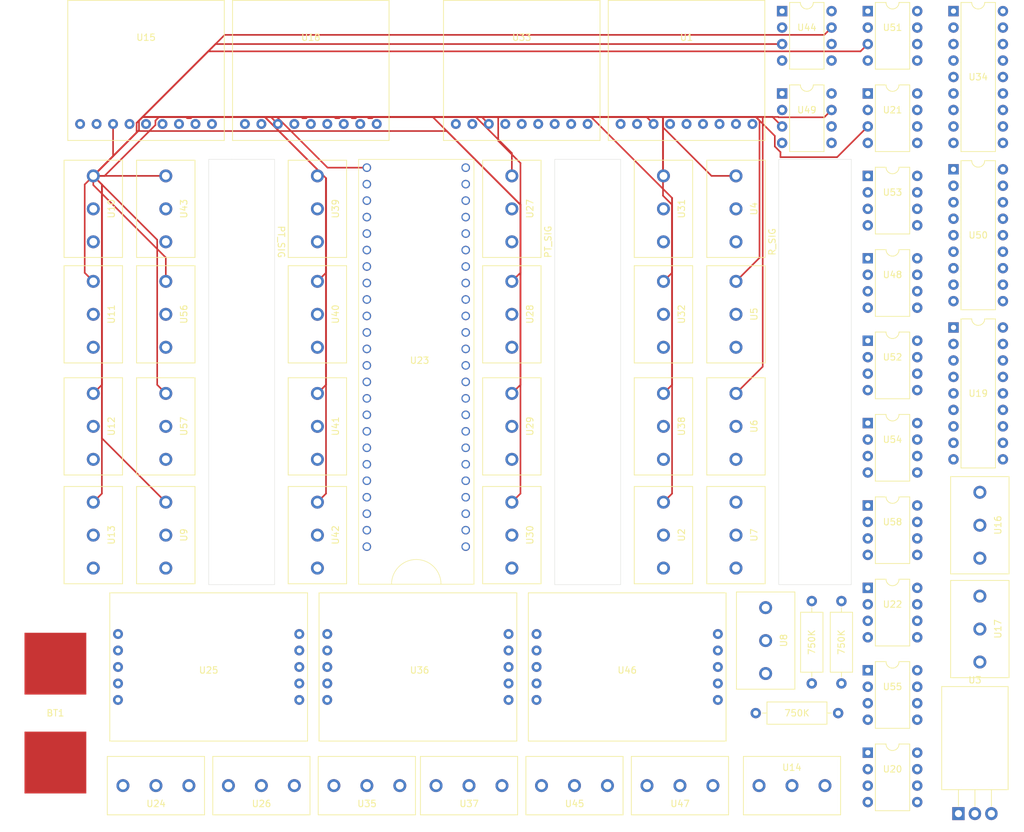
<source format=kicad_pcb>
(kicad_pcb (version 20171130) (host pcbnew "(5.1.9)-1")

  (general
    (thickness 1.6)
    (drawings 20)
    (tracks 131)
    (zones 0)
    (modules 62)
    (nets 115)
  )

  (page A4)
  (layers
    (0 F.Cu signal)
    (31 B.Cu signal)
    (32 B.Adhes user)
    (33 F.Adhes user)
    (34 B.Paste user)
    (35 F.Paste user)
    (36 B.SilkS user)
    (37 F.SilkS user)
    (38 B.Mask user)
    (39 F.Mask user)
    (40 Dwgs.User user)
    (41 Cmts.User user)
    (42 Eco1.User user)
    (43 Eco2.User user)
    (44 Edge.Cuts user)
    (45 Margin user)
    (46 B.CrtYd user)
    (47 F.CrtYd user)
    (48 B.Fab user)
    (49 F.Fab user)
  )

  (setup
    (last_trace_width 0.25)
    (trace_clearance 0.2)
    (zone_clearance 0.508)
    (zone_45_only no)
    (trace_min 0.2)
    (via_size 0.8)
    (via_drill 0.4)
    (via_min_size 0.4)
    (via_min_drill 0.3)
    (uvia_size 0.3)
    (uvia_drill 0.1)
    (uvias_allowed no)
    (uvia_min_size 0.2)
    (uvia_min_drill 0.1)
    (edge_width 0.05)
    (segment_width 0.2)
    (pcb_text_width 0.3)
    (pcb_text_size 1.5 1.5)
    (mod_edge_width 0.12)
    (mod_text_size 1 1)
    (mod_text_width 0.15)
    (pad_size 1.524 1.524)
    (pad_drill 0.762)
    (pad_to_mask_clearance 0.0508)
    (aux_axis_origin 0 0)
    (visible_elements 7FFFFFFF)
    (pcbplotparams
      (layerselection 0x010f0_ffffffff)
      (usegerberextensions false)
      (usegerberattributes false)
      (usegerberadvancedattributes false)
      (creategerberjobfile false)
      (excludeedgelayer true)
      (linewidth 0.150000)
      (plotframeref false)
      (viasonmask false)
      (mode 1)
      (useauxorigin false)
      (hpglpennumber 1)
      (hpglpenspeed 20)
      (hpglpendiameter 15.000000)
      (psnegative false)
      (psa4output false)
      (plotreference true)
      (plotvalue false)
      (plotinvisibletext false)
      (padsonsilk true)
      (subtractmaskfromsilk false)
      (outputformat 1)
      (mirror false)
      (drillshape 0)
      (scaleselection 1)
      (outputdirectory "gerbers/"))
  )

  (net 0 "")
  (net 1 "Net-(BT1-Pad1)")
  (net 2 GND1)
  (net 3 +5V)
  (net 4 1)
  (net 5 2)
  (net 6 3)
  (net 7 4)
  (net 8 5)
  (net 9 6)
  (net 10 13)
  (net 11 15)
  (net 12 7)
  (net 13 8)
  (net 14 9)
  (net 15 10)
  (net 16 11)
  (net 17 12)
  (net 18 14)
  (net 19 "Net-(U24-Pad3)")
  (net 20 "Net-(U25-Pad3)")
  (net 21 19)
  (net 22 18)
  (net 23 17)
  (net 24 16)
  (net 25 21)
  (net 26 20)
  (net 27 "Net-(U23-Pad47)")
  (net 28 "Net-(U23-Pad37)")
  (net 29 "Net-(U23-Pad38)")
  (net 30 "Net-(U23-Pad45)")
  (net 31 "Net-(U23-Pad44)")
  (net 32 "Net-(U23-Pad43)")
  (net 33 "Net-(U23-Pad14)")
  (net 34 "Net-(U23-Pad15)")
  (net 35 "Net-(U23-Pad16)")
  (net 36 "Net-(U23-Pad17)")
  (net 37 "Net-(U23-Pad18)")
  (net 38 "Net-(U23-Pad19)")
  (net 39 "Net-(U23-Pad20)")
  (net 40 "Net-(U23-Pad21)")
  (net 41 "Net-(U23-Pad22)")
  (net 42 "Net-(U23-Pad23)")
  (net 43 "Net-(U23-Pad42)")
  (net 44 "Net-(U23-Pad41)")
  (net 45 "Net-(U24-Pad1)")
  (net 46 "Net-(U24-Pad2)")
  (net 47 "Net-(U25-Pad2)")
  (net 48 "Net-(U25-Pad1)")
  (net 49 "Net-(U35-Pad3)")
  (net 50 "Net-(U35-Pad2)")
  (net 51 "Net-(U35-Pad1)")
  (net 52 "Net-(U36-Pad1)")
  (net 53 "Net-(U36-Pad3)")
  (net 54 "Net-(U36-Pad2)")
  (net 55 "Net-(U45-Pad3)")
  (net 56 "Net-(U45-Pad2)")
  (net 57 "Net-(U45-Pad1)")
  (net 58 "Net-(U46-Pad2)")
  (net 59 "Net-(U46-Pad3)")
  (net 60 "Net-(U46-Pad1)")
  (net 61 "Net-(R1-Pad2)")
  (net 62 "Net-(R1-Pad1)")
  (net 63 "Net-(R2-Pad2)")
  (net 64 "Net-(R2-Pad1)")
  (net 65 "Net-(R3-Pad2)")
  (net 66 "Net-(R3-Pad1)")
  (net 67 "Net-(U1-Pad9)")
  (net 68 "Net-(U1-Pad8)")
  (net 69 51)
  (net 70 "Net-(U1-Pad2)")
  (net 71 40)
  (net 72 41)
  (net 73 42)
  (net 74 43)
  (net 75 44)
  (net 76 45)
  (net 77 53)
  (net 78 54)
  (net 79 48)
  (net 80 46)
  (net 81 47)
  (net 82 49)
  (net 83 "Net-(U15-Pad9)")
  (net 84 "Net-(U15-Pad8)")
  (net 85 50)
  (net 86 "Net-(U15-Pad2)")
  (net 87 "Net-(U16-Pad3)")
  (net 88 52)
  (net 89 27)
  (net 90 26)
  (net 91 25)
  (net 92 "Net-(U18-Pad9)")
  (net 93 "Net-(U18-Pad8)")
  (net 94 "Net-(U18-Pad2)")
  (net 95 36)
  (net 96 37)
  (net 97 38)
  (net 98 39)
  (net 99 28)
  (net 100 31)
  (net 101 "Net-(U23-Pad24)")
  (net 102 58)
  (net 103 55)
  (net 104 56)
  (net 105 57)
  (net 106 "Net-(U33-Pad9)")
  (net 107 "Net-(U33-Pad8)")
  (net 108 "Net-(U33-Pad2)")
  (net 109 32)
  (net 110 33)
  (net 111 34)
  (net 112 35)
  (net 113 29)
  (net 114 30)

  (net_class Default "This is the default net class."
    (clearance 0.2)
    (trace_width 0.25)
    (via_dia 0.8)
    (via_drill 0.4)
    (uvia_dia 0.3)
    (uvia_drill 0.1)
    (add_net +5V)
    (add_net 1)
    (add_net 10)
    (add_net 11)
    (add_net 12)
    (add_net 13)
    (add_net 14)
    (add_net 15)
    (add_net 16)
    (add_net 17)
    (add_net 18)
    (add_net 19)
    (add_net 2)
    (add_net 20)
    (add_net 21)
    (add_net 25)
    (add_net 26)
    (add_net 27)
    (add_net 28)
    (add_net 29)
    (add_net 3)
    (add_net 30)
    (add_net 31)
    (add_net 32)
    (add_net 33)
    (add_net 34)
    (add_net 35)
    (add_net 36)
    (add_net 37)
    (add_net 38)
    (add_net 39)
    (add_net 4)
    (add_net 40)
    (add_net 41)
    (add_net 42)
    (add_net 43)
    (add_net 44)
    (add_net 45)
    (add_net 46)
    (add_net 47)
    (add_net 48)
    (add_net 49)
    (add_net 5)
    (add_net 50)
    (add_net 51)
    (add_net 52)
    (add_net 53)
    (add_net 54)
    (add_net 55)
    (add_net 56)
    (add_net 57)
    (add_net 58)
    (add_net 6)
    (add_net 7)
    (add_net 8)
    (add_net 9)
    (add_net GND1)
    (add_net "Net-(BT1-Pad1)")
    (add_net "Net-(R1-Pad1)")
    (add_net "Net-(R1-Pad2)")
    (add_net "Net-(R2-Pad1)")
    (add_net "Net-(R2-Pad2)")
    (add_net "Net-(R3-Pad1)")
    (add_net "Net-(R3-Pad2)")
    (add_net "Net-(U1-Pad2)")
    (add_net "Net-(U1-Pad8)")
    (add_net "Net-(U1-Pad9)")
    (add_net "Net-(U15-Pad2)")
    (add_net "Net-(U15-Pad8)")
    (add_net "Net-(U15-Pad9)")
    (add_net "Net-(U16-Pad3)")
    (add_net "Net-(U18-Pad2)")
    (add_net "Net-(U18-Pad8)")
    (add_net "Net-(U18-Pad9)")
    (add_net "Net-(U23-Pad14)")
    (add_net "Net-(U23-Pad15)")
    (add_net "Net-(U23-Pad16)")
    (add_net "Net-(U23-Pad17)")
    (add_net "Net-(U23-Pad18)")
    (add_net "Net-(U23-Pad19)")
    (add_net "Net-(U23-Pad20)")
    (add_net "Net-(U23-Pad21)")
    (add_net "Net-(U23-Pad22)")
    (add_net "Net-(U23-Pad23)")
    (add_net "Net-(U23-Pad24)")
    (add_net "Net-(U23-Pad37)")
    (add_net "Net-(U23-Pad38)")
    (add_net "Net-(U23-Pad41)")
    (add_net "Net-(U23-Pad42)")
    (add_net "Net-(U23-Pad43)")
    (add_net "Net-(U23-Pad44)")
    (add_net "Net-(U23-Pad45)")
    (add_net "Net-(U23-Pad47)")
    (add_net "Net-(U24-Pad1)")
    (add_net "Net-(U24-Pad2)")
    (add_net "Net-(U24-Pad3)")
    (add_net "Net-(U25-Pad1)")
    (add_net "Net-(U25-Pad2)")
    (add_net "Net-(U25-Pad3)")
    (add_net "Net-(U33-Pad2)")
    (add_net "Net-(U33-Pad8)")
    (add_net "Net-(U33-Pad9)")
    (add_net "Net-(U35-Pad1)")
    (add_net "Net-(U35-Pad2)")
    (add_net "Net-(U35-Pad3)")
    (add_net "Net-(U36-Pad1)")
    (add_net "Net-(U36-Pad2)")
    (add_net "Net-(U36-Pad3)")
    (add_net "Net-(U45-Pad1)")
    (add_net "Net-(U45-Pad2)")
    (add_net "Net-(U45-Pad3)")
    (add_net "Net-(U46-Pad1)")
    (add_net "Net-(U46-Pad2)")
    (add_net "Net-(U46-Pad3)")
  )

  (module Launchbox:Lipo_Battery_Connector (layer F.Cu) (tedit 5F641BA3) (tstamp 601852C9)
    (at 90.17 146.304 90)
    (path /5F7495D2)
    (fp_text reference BT1 (at 0 0 180) (layer F.SilkS)
      (effects (font (size 1 1) (thickness 0.15)))
    )
    (fp_text value Battery_Cell (at 0.08 -7.69 90) (layer F.Fab)
      (effects (font (size 1 1) (thickness 0.15)))
    )
    (pad 1 smd rect (at -7.62 0 90) (size 9.525 9.525) (layers F.Cu F.Paste F.Mask)
      (net 1 "Net-(BT1-Pad1)"))
    (pad 2 smd rect (at 7.62 0 90) (size 9.525 9.525) (layers F.Cu F.Paste F.Mask)
      (net 2 GND1))
  )

  (module Resistor_THT:R_Axial_DIN0309_L9.0mm_D3.2mm_P12.70mm_Horizontal (layer F.Cu) (tedit 5AE5139B) (tstamp 601831F6)
    (at 211.328 141.732 90)
    (descr "Resistor, Axial_DIN0309 series, Axial, Horizontal, pin pitch=12.7mm, 0.5W = 1/2W, length*diameter=9*3.2mm^2, http://cdn-reichelt.de/documents/datenblatt/B400/1_4W%23YAG.pdf")
    (tags "Resistor Axial_DIN0309 series Axial Horizontal pin pitch 12.7mm 0.5W = 1/2W length 9mm diameter 3.2mm")
    (path /6095AF9E)
    (fp_text reference 750K (at 6.35 0 90) (layer F.SilkS)
      (effects (font (size 1 1) (thickness 0.15)))
    )
    (fp_text value R_US (at 6.35 1.016 90) (layer F.Fab)
      (effects (font (size 1 1) (thickness 0.15)))
    )
    (fp_line (start 13.75 -1.85) (end -1.05 -1.85) (layer F.CrtYd) (width 0.05))
    (fp_line (start 13.75 1.85) (end 13.75 -1.85) (layer F.CrtYd) (width 0.05))
    (fp_line (start -1.05 1.85) (end 13.75 1.85) (layer F.CrtYd) (width 0.05))
    (fp_line (start -1.05 -1.85) (end -1.05 1.85) (layer F.CrtYd) (width 0.05))
    (fp_line (start 11.66 0) (end 10.97 0) (layer F.SilkS) (width 0.12))
    (fp_line (start 1.04 0) (end 1.73 0) (layer F.SilkS) (width 0.12))
    (fp_line (start 10.97 -1.72) (end 1.73 -1.72) (layer F.SilkS) (width 0.12))
    (fp_line (start 10.97 1.72) (end 10.97 -1.72) (layer F.SilkS) (width 0.12))
    (fp_line (start 1.73 1.72) (end 10.97 1.72) (layer F.SilkS) (width 0.12))
    (fp_line (start 1.73 -1.72) (end 1.73 1.72) (layer F.SilkS) (width 0.12))
    (fp_line (start 12.7 0) (end 10.85 0) (layer F.Fab) (width 0.1))
    (fp_line (start 0 0) (end 1.85 0) (layer F.Fab) (width 0.1))
    (fp_line (start 10.85 -1.6) (end 1.85 -1.6) (layer F.Fab) (width 0.1))
    (fp_line (start 10.85 1.6) (end 10.85 -1.6) (layer F.Fab) (width 0.1))
    (fp_line (start 1.85 1.6) (end 10.85 1.6) (layer F.Fab) (width 0.1))
    (fp_line (start 1.85 -1.6) (end 1.85 1.6) (layer F.Fab) (width 0.1))
    (fp_text user %R (at 6.35 0 90) (layer F.Fab)
      (effects (font (size 1 1) (thickness 0.15)))
    )
    (pad 1 thru_hole circle (at 0 0 90) (size 1.6 1.6) (drill 0.8) (layers *.Cu *.Mask)
      (net 62 "Net-(R1-Pad1)"))
    (pad 2 thru_hole oval (at 12.7 0 90) (size 1.6 1.6) (drill 0.8) (layers *.Cu *.Mask)
      (net 61 "Net-(R1-Pad2)"))
    (model ${KISYS3DMOD}/Resistor_THT.3dshapes/R_Axial_DIN0309_L9.0mm_D3.2mm_P12.70mm_Horizontal.wrl
      (at (xyz 0 0 0))
      (scale (xyz 1 1 1))
      (rotate (xyz 0 0 0))
    )
  )

  (module Resistor_THT:R_Axial_DIN0309_L9.0mm_D3.2mm_P12.70mm_Horizontal (layer F.Cu) (tedit 5AE5139B) (tstamp 6018320D)
    (at 206.756 141.732 90)
    (descr "Resistor, Axial_DIN0309 series, Axial, Horizontal, pin pitch=12.7mm, 0.5W = 1/2W, length*diameter=9*3.2mm^2, http://cdn-reichelt.de/documents/datenblatt/B400/1_4W%23YAG.pdf")
    (tags "Resistor Axial_DIN0309 series Axial Horizontal pin pitch 12.7mm 0.5W = 1/2W length 9mm diameter 3.2mm")
    (path /60B339B4)
    (fp_text reference 750K (at 6.35 0 90) (layer F.SilkS)
      (effects (font (size 1 1) (thickness 0.15)))
    )
    (fp_text value R_US (at 6.35 1.016 90) (layer F.Fab)
      (effects (font (size 1 1) (thickness 0.15)))
    )
    (fp_line (start 13.75 -1.85) (end -1.05 -1.85) (layer F.CrtYd) (width 0.05))
    (fp_line (start 13.75 1.85) (end 13.75 -1.85) (layer F.CrtYd) (width 0.05))
    (fp_line (start -1.05 1.85) (end 13.75 1.85) (layer F.CrtYd) (width 0.05))
    (fp_line (start -1.05 -1.85) (end -1.05 1.85) (layer F.CrtYd) (width 0.05))
    (fp_line (start 11.66 0) (end 10.97 0) (layer F.SilkS) (width 0.12))
    (fp_line (start 1.04 0) (end 1.73 0) (layer F.SilkS) (width 0.12))
    (fp_line (start 10.97 -1.72) (end 1.73 -1.72) (layer F.SilkS) (width 0.12))
    (fp_line (start 10.97 1.72) (end 10.97 -1.72) (layer F.SilkS) (width 0.12))
    (fp_line (start 1.73 1.72) (end 10.97 1.72) (layer F.SilkS) (width 0.12))
    (fp_line (start 1.73 -1.72) (end 1.73 1.72) (layer F.SilkS) (width 0.12))
    (fp_line (start 12.7 0) (end 10.85 0) (layer F.Fab) (width 0.1))
    (fp_line (start 0 0) (end 1.85 0) (layer F.Fab) (width 0.1))
    (fp_line (start 10.85 -1.6) (end 1.85 -1.6) (layer F.Fab) (width 0.1))
    (fp_line (start 10.85 1.6) (end 10.85 -1.6) (layer F.Fab) (width 0.1))
    (fp_line (start 1.85 1.6) (end 10.85 1.6) (layer F.Fab) (width 0.1))
    (fp_line (start 1.85 -1.6) (end 1.85 1.6) (layer F.Fab) (width 0.1))
    (fp_text user %R (at 6.35 0 90) (layer F.Fab)
      (effects (font (size 1 1) (thickness 0.15)))
    )
    (pad 1 thru_hole circle (at 0 0 90) (size 1.6 1.6) (drill 0.8) (layers *.Cu *.Mask)
      (net 64 "Net-(R2-Pad1)"))
    (pad 2 thru_hole oval (at 12.7 0 90) (size 1.6 1.6) (drill 0.8) (layers *.Cu *.Mask)
      (net 63 "Net-(R2-Pad2)"))
    (model ${KISYS3DMOD}/Resistor_THT.3dshapes/R_Axial_DIN0309_L9.0mm_D3.2mm_P12.70mm_Horizontal.wrl
      (at (xyz 0 0 0))
      (scale (xyz 1 1 1))
      (rotate (xyz 0 0 0))
    )
  )

  (module Resistor_THT:R_Axial_DIN0309_L9.0mm_D3.2mm_P12.70mm_Horizontal (layer F.Cu) (tedit 5AE5139B) (tstamp 60183224)
    (at 198.12 146.304)
    (descr "Resistor, Axial_DIN0309 series, Axial, Horizontal, pin pitch=12.7mm, 0.5W = 1/2W, length*diameter=9*3.2mm^2, http://cdn-reichelt.de/documents/datenblatt/B400/1_4W%23YAG.pdf")
    (tags "Resistor Axial_DIN0309 series Axial Horizontal pin pitch 12.7mm 0.5W = 1/2W length 9mm diameter 3.2mm")
    (path /60B6E9C5)
    (fp_text reference 750K (at 6.35 0) (layer F.SilkS)
      (effects (font (size 1 1) (thickness 0.15)))
    )
    (fp_text value R_US (at 6.35 2.72) (layer F.Fab)
      (effects (font (size 1 1) (thickness 0.15)))
    )
    (fp_line (start 1.85 -1.6) (end 1.85 1.6) (layer F.Fab) (width 0.1))
    (fp_line (start 1.85 1.6) (end 10.85 1.6) (layer F.Fab) (width 0.1))
    (fp_line (start 10.85 1.6) (end 10.85 -1.6) (layer F.Fab) (width 0.1))
    (fp_line (start 10.85 -1.6) (end 1.85 -1.6) (layer F.Fab) (width 0.1))
    (fp_line (start 0 0) (end 1.85 0) (layer F.Fab) (width 0.1))
    (fp_line (start 12.7 0) (end 10.85 0) (layer F.Fab) (width 0.1))
    (fp_line (start 1.73 -1.72) (end 1.73 1.72) (layer F.SilkS) (width 0.12))
    (fp_line (start 1.73 1.72) (end 10.97 1.72) (layer F.SilkS) (width 0.12))
    (fp_line (start 10.97 1.72) (end 10.97 -1.72) (layer F.SilkS) (width 0.12))
    (fp_line (start 10.97 -1.72) (end 1.73 -1.72) (layer F.SilkS) (width 0.12))
    (fp_line (start 1.04 0) (end 1.73 0) (layer F.SilkS) (width 0.12))
    (fp_line (start 11.66 0) (end 10.97 0) (layer F.SilkS) (width 0.12))
    (fp_line (start -1.05 -1.85) (end -1.05 1.85) (layer F.CrtYd) (width 0.05))
    (fp_line (start -1.05 1.85) (end 13.75 1.85) (layer F.CrtYd) (width 0.05))
    (fp_line (start 13.75 1.85) (end 13.75 -1.85) (layer F.CrtYd) (width 0.05))
    (fp_line (start 13.75 -1.85) (end -1.05 -1.85) (layer F.CrtYd) (width 0.05))
    (fp_text user %R (at 6.35 0) (layer F.Fab)
      (effects (font (size 1 1) (thickness 0.15)))
    )
    (pad 2 thru_hole oval (at 12.7 0) (size 1.6 1.6) (drill 0.8) (layers *.Cu *.Mask)
      (net 65 "Net-(R3-Pad2)"))
    (pad 1 thru_hole circle (at 0 0) (size 1.6 1.6) (drill 0.8) (layers *.Cu *.Mask)
      (net 66 "Net-(R3-Pad1)"))
    (model ${KISYS3DMOD}/Resistor_THT.3dshapes/R_Axial_DIN0309_L9.0mm_D3.2mm_P12.70mm_Horizontal.wrl
      (at (xyz 0 0 0))
      (scale (xyz 1 1 1))
      (rotate (xyz 0 0 0))
    )
  )

  (module Launchbox:MAX31856 (layer F.Cu) (tedit 601792D5) (tstamp 60183235)
    (at 187.452 47.244)
    (path /60E52A85)
    (fp_text reference U1 (at 0 -5.08) (layer F.SilkS)
      (effects (font (size 1 1) (thickness 0.15)))
    )
    (fp_text value MAX31856 (at 0 -7.62) (layer F.Fab)
      (effects (font (size 1 1) (thickness 0.15)))
    )
    (fp_line (start -12.065 10.795) (end 12.065 10.795) (layer F.SilkS) (width 0.12))
    (fp_line (start 12.065 -10.795) (end 12.065 10.795) (layer F.SilkS) (width 0.12))
    (fp_line (start -12.065 -10.795) (end 12.065 -10.795) (layer F.SilkS) (width 0.12))
    (fp_line (start -12.065 -10.795) (end -12.065 10.795) (layer F.SilkS) (width 0.12))
    (pad 9 thru_hole circle (at 10.16 8.255) (size 1.524 1.524) (drill 0.762) (layers *.Cu *.Mask)
      (net 67 "Net-(U1-Pad9)"))
    (pad 8 thru_hole circle (at 7.62 8.255) (size 1.524 1.524) (drill 0.762) (layers *.Cu *.Mask)
      (net 68 "Net-(U1-Pad8)"))
    (pad 7 thru_hole circle (at 5.08 8.255) (size 1.524 1.524) (drill 0.762) (layers *.Cu *.Mask)
      (net 69 51))
    (pad 6 thru_hole circle (at 2.54 8.255) (size 1.524 1.524) (drill 0.762) (layers *.Cu *.Mask)
      (net 10 13))
    (pad 5 thru_hole circle (at 0 8.255) (size 1.524 1.524) (drill 0.762) (layers *.Cu *.Mask)
      (net 18 14))
    (pad 4 thru_hole circle (at -2.54 8.255) (size 1.524 1.524) (drill 0.762) (layers *.Cu *.Mask)
      (net 4 1))
    (pad 3 thru_hole circle (at -5.08 8.255) (size 1.524 1.524) (drill 0.762) (layers *.Cu *.Mask)
      (net 2 GND1))
    (pad 2 thru_hole circle (at -7.62 8.255) (size 1.524 1.524) (drill 0.762) (layers *.Cu *.Mask)
      (net 70 "Net-(U1-Pad2)"))
    (pad 1 thru_hole circle (at -10.16 8.255) (size 1.524 1.524) (drill 0.762) (layers *.Cu *.Mask)
      (net 3 +5V))
  )

  (module Launchbox:ScrewTerminals (layer F.Cu) (tedit 60161A8B) (tstamp 60183240)
    (at 183.896 118.872 90)
    (path /6065B074)
    (fp_text reference U2 (at 0.02 2.794 90) (layer F.SilkS)
      (effects (font (size 1 1) (thickness 0.15)))
    )
    (fp_text value SerialScrewTerminals (at 0 -2.032 90) (layer F.Fab)
      (effects (font (size 1 1) (thickness 0.15)))
    )
    (fp_line (start 7.493 4.5) (end 7.493 -4.5) (layer F.SilkS) (width 0.12))
    (fp_line (start -7.493 -4.5) (end 7.493 -4.5) (layer F.SilkS) (width 0.12))
    (fp_line (start -7.493 4.5) (end -7.493 -4.5) (layer F.SilkS) (width 0.12))
    (fp_line (start -7.493 4.5) (end 7.493 4.5) (layer F.SilkS) (width 0.12))
    (pad 3 thru_hole circle (at 5.08 0 90) (size 2 2) (drill 1.2) (layers *.Cu *.Mask)
      (net 2 GND1))
    (pad 2 thru_hole circle (at 0 0 90) (size 2 2) (drill 1.2) (layers *.Cu *.Mask)
      (net 3 +5V))
    (pad 1 thru_hole circle (at -5.08 0 90) (size 2 2) (drill 1.2) (layers *.Cu *.Mask)
      (net 71 40))
  )

  (module Package_TO_SOT_THT:TO-220-3_Horizontal_TabDown (layer F.Cu) (tedit 5AC8BA0D) (tstamp 60185599)
    (at 229.362 161.798)
    (descr "TO-220-3, Horizontal, RM 2.54mm, see https://www.vishay.com/docs/66542/to-220-1.pdf")
    (tags "TO-220-3 Horizontal RM 2.54mm")
    (path /5F74367E)
    (fp_text reference U3 (at 2.54 -20.58) (layer F.SilkS)
      (effects (font (size 1 1) (thickness 0.15)))
    )
    (fp_text value L7805 (at 2.54 2) (layer F.Fab)
      (effects (font (size 1 1) (thickness 0.15)))
    )
    (fp_line (start 7.79 -19.71) (end -2.71 -19.71) (layer F.CrtYd) (width 0.05))
    (fp_line (start 7.79 1.25) (end 7.79 -19.71) (layer F.CrtYd) (width 0.05))
    (fp_line (start -2.71 1.25) (end 7.79 1.25) (layer F.CrtYd) (width 0.05))
    (fp_line (start -2.71 -19.71) (end -2.71 1.25) (layer F.CrtYd) (width 0.05))
    (fp_line (start 5.08 -3.69) (end 5.08 -1.15) (layer F.SilkS) (width 0.12))
    (fp_line (start 2.54 -3.69) (end 2.54 -1.15) (layer F.SilkS) (width 0.12))
    (fp_line (start 0 -3.69) (end 0 -1.15) (layer F.SilkS) (width 0.12))
    (fp_line (start 7.66 -19.58) (end 7.66 -3.69) (layer F.SilkS) (width 0.12))
    (fp_line (start -2.58 -19.58) (end -2.58 -3.69) (layer F.SilkS) (width 0.12))
    (fp_line (start -2.58 -19.58) (end 7.66 -19.58) (layer F.SilkS) (width 0.12))
    (fp_line (start -2.58 -3.69) (end 7.66 -3.69) (layer F.SilkS) (width 0.12))
    (fp_line (start 5.08 -3.81) (end 5.08 0) (layer F.Fab) (width 0.1))
    (fp_line (start 2.54 -3.81) (end 2.54 0) (layer F.Fab) (width 0.1))
    (fp_line (start 0 -3.81) (end 0 0) (layer F.Fab) (width 0.1))
    (fp_line (start 7.54 -3.81) (end -2.46 -3.81) (layer F.Fab) (width 0.1))
    (fp_line (start 7.54 -13.06) (end 7.54 -3.81) (layer F.Fab) (width 0.1))
    (fp_line (start -2.46 -13.06) (end 7.54 -13.06) (layer F.Fab) (width 0.1))
    (fp_line (start -2.46 -3.81) (end -2.46 -13.06) (layer F.Fab) (width 0.1))
    (fp_line (start 7.54 -13.06) (end -2.46 -13.06) (layer F.Fab) (width 0.1))
    (fp_line (start 7.54 -19.46) (end 7.54 -13.06) (layer F.Fab) (width 0.1))
    (fp_line (start -2.46 -19.46) (end 7.54 -19.46) (layer F.Fab) (width 0.1))
    (fp_line (start -2.46 -13.06) (end -2.46 -19.46) (layer F.Fab) (width 0.1))
    (fp_circle (center 2.54 -16.66) (end 4.39 -16.66) (layer F.Fab) (width 0.1))
    (fp_text user %R (at 2.54 -20.58) (layer F.Fab)
      (effects (font (size 1 1) (thickness 0.15)))
    )
    (pad "" np_thru_hole oval (at 2.54 -16.66) (size 3.5 3.5) (drill 3.5) (layers *.Cu *.Mask))
    (pad 1 thru_hole rect (at 0 0) (size 1.905 2) (drill 1.1) (layers *.Cu *.Mask)
      (net 1 "Net-(BT1-Pad1)"))
    (pad 2 thru_hole oval (at 2.54 0) (size 1.905 2) (drill 1.1) (layers *.Cu *.Mask)
      (net 2 GND1))
    (pad 3 thru_hole oval (at 5.08 0) (size 1.905 2) (drill 1.1) (layers *.Cu *.Mask)
      (net 3 +5V))
    (model ${KISYS3DMOD}/Package_TO_SOT_THT.3dshapes/TO-220-3_Horizontal_TabDown.wrl
      (at (xyz 0 0 0))
      (scale (xyz 1 1 1))
      (rotate (xyz 0 0 0))
    )
  )

  (module Launchbox:ScrewTerminals (layer F.Cu) (tedit 60161A8B) (tstamp 601843E1)
    (at 195.072 68.58 90)
    (path /6065EF70)
    (fp_text reference U4 (at 0.02 2.794 90) (layer F.SilkS)
      (effects (font (size 1 1) (thickness 0.15)))
    )
    (fp_text value SerialScrewTerminals (at 0 -2.032 90) (layer F.Fab)
      (effects (font (size 1 1) (thickness 0.15)))
    )
    (fp_line (start -7.493 4.5) (end 7.493 4.5) (layer F.SilkS) (width 0.12))
    (fp_line (start -7.493 4.5) (end -7.493 -4.5) (layer F.SilkS) (width 0.12))
    (fp_line (start -7.493 -4.5) (end 7.493 -4.5) (layer F.SilkS) (width 0.12))
    (fp_line (start 7.493 4.5) (end 7.493 -4.5) (layer F.SilkS) (width 0.12))
    (pad 1 thru_hole circle (at -5.08 0 90) (size 2 2) (drill 1.2) (layers *.Cu *.Mask)
      (net 72 41))
    (pad 2 thru_hole circle (at 0 0 90) (size 2 2) (drill 1.2) (layers *.Cu *.Mask)
      (net 3 +5V))
    (pad 3 thru_hole circle (at 5.08 0 90) (size 2 2) (drill 1.2) (layers *.Cu *.Mask)
      (net 2 GND1))
  )

  (module Launchbox:ScrewTerminals (layer F.Cu) (tedit 60161A8B) (tstamp 60183276)
    (at 195.072 84.836 90)
    (path /6065F610)
    (fp_text reference U5 (at 0.02 2.794 90) (layer F.SilkS)
      (effects (font (size 1 1) (thickness 0.15)))
    )
    (fp_text value SerialScrewTerminals (at 0 -2.032 90) (layer F.Fab)
      (effects (font (size 1 1) (thickness 0.15)))
    )
    (fp_line (start 7.493 4.5) (end 7.493 -4.5) (layer F.SilkS) (width 0.12))
    (fp_line (start -7.493 -4.5) (end 7.493 -4.5) (layer F.SilkS) (width 0.12))
    (fp_line (start -7.493 4.5) (end -7.493 -4.5) (layer F.SilkS) (width 0.12))
    (fp_line (start -7.493 4.5) (end 7.493 4.5) (layer F.SilkS) (width 0.12))
    (pad 3 thru_hole circle (at 5.08 0 90) (size 2 2) (drill 1.2) (layers *.Cu *.Mask)
      (net 2 GND1))
    (pad 2 thru_hole circle (at 0 0 90) (size 2 2) (drill 1.2) (layers *.Cu *.Mask)
      (net 3 +5V))
    (pad 1 thru_hole circle (at -5.08 0 90) (size 2 2) (drill 1.2) (layers *.Cu *.Mask)
      (net 73 42))
  )

  (module Launchbox:ScrewTerminals (layer F.Cu) (tedit 60161A8B) (tstamp 60183281)
    (at 195.072 102.108 90)
    (path /6065FB91)
    (fp_text reference U6 (at 0.02 2.794 90) (layer F.SilkS)
      (effects (font (size 1 1) (thickness 0.15)))
    )
    (fp_text value SerialScrewTerminals (at 0 -2.032 90) (layer F.Fab)
      (effects (font (size 1 1) (thickness 0.15)))
    )
    (fp_line (start -7.493 4.5) (end 7.493 4.5) (layer F.SilkS) (width 0.12))
    (fp_line (start -7.493 4.5) (end -7.493 -4.5) (layer F.SilkS) (width 0.12))
    (fp_line (start -7.493 -4.5) (end 7.493 -4.5) (layer F.SilkS) (width 0.12))
    (fp_line (start 7.493 4.5) (end 7.493 -4.5) (layer F.SilkS) (width 0.12))
    (pad 1 thru_hole circle (at -5.08 0 90) (size 2 2) (drill 1.2) (layers *.Cu *.Mask)
      (net 74 43))
    (pad 2 thru_hole circle (at 0 0 90) (size 2 2) (drill 1.2) (layers *.Cu *.Mask)
      (net 3 +5V))
    (pad 3 thru_hole circle (at 5.08 0 90) (size 2 2) (drill 1.2) (layers *.Cu *.Mask)
      (net 2 GND1))
  )

  (module Launchbox:ScrewTerminals (layer F.Cu) (tedit 60161A8B) (tstamp 6018442A)
    (at 195.072 118.872 90)
    (path /606601F8)
    (fp_text reference U7 (at 0.02 2.794 90) (layer F.SilkS)
      (effects (font (size 1 1) (thickness 0.15)))
    )
    (fp_text value SerialScrewTerminals (at 0 -2.032 90) (layer F.Fab)
      (effects (font (size 1 1) (thickness 0.15)))
    )
    (fp_line (start 7.493 4.5) (end 7.493 -4.5) (layer F.SilkS) (width 0.12))
    (fp_line (start -7.493 -4.5) (end 7.493 -4.5) (layer F.SilkS) (width 0.12))
    (fp_line (start -7.493 4.5) (end -7.493 -4.5) (layer F.SilkS) (width 0.12))
    (fp_line (start -7.493 4.5) (end 7.493 4.5) (layer F.SilkS) (width 0.12))
    (pad 3 thru_hole circle (at 5.08 0 90) (size 2 2) (drill 1.2) (layers *.Cu *.Mask)
      (net 2 GND1))
    (pad 2 thru_hole circle (at 0 0 90) (size 2 2) (drill 1.2) (layers *.Cu *.Mask)
      (net 3 +5V))
    (pad 1 thru_hole circle (at -5.08 0 90) (size 2 2) (drill 1.2) (layers *.Cu *.Mask)
      (net 75 44))
  )

  (module Launchbox:ScrewTerminals (layer F.Cu) (tedit 60161A8B) (tstamp 60183297)
    (at 199.644 135.128 90)
    (path /606604F0)
    (fp_text reference U8 (at 0.02 2.794 90) (layer F.SilkS)
      (effects (font (size 1 1) (thickness 0.15)))
    )
    (fp_text value SerialScrewTerminals (at 0 -2.032 90) (layer F.Fab)
      (effects (font (size 1 1) (thickness 0.15)))
    )
    (fp_line (start -7.493 4.5) (end 7.493 4.5) (layer F.SilkS) (width 0.12))
    (fp_line (start -7.493 4.5) (end -7.493 -4.5) (layer F.SilkS) (width 0.12))
    (fp_line (start -7.493 -4.5) (end 7.493 -4.5) (layer F.SilkS) (width 0.12))
    (fp_line (start 7.493 4.5) (end 7.493 -4.5) (layer F.SilkS) (width 0.12))
    (pad 1 thru_hole circle (at -5.08 0 90) (size 2 2) (drill 1.2) (layers *.Cu *.Mask)
      (net 76 45))
    (pad 2 thru_hole circle (at 0 0 90) (size 2 2) (drill 1.2) (layers *.Cu *.Mask)
      (net 3 +5V))
    (pad 3 thru_hole circle (at 5.08 0 90) (size 2 2) (drill 1.2) (layers *.Cu *.Mask)
      (net 2 GND1))
  )

  (module Launchbox:ScrewTerminals (layer F.Cu) (tedit 60161A8B) (tstamp 601832A2)
    (at 107.188 118.872 90)
    (path /60660ADE)
    (fp_text reference U9 (at 0.02 2.794 90) (layer F.SilkS)
      (effects (font (size 1 1) (thickness 0.15)))
    )
    (fp_text value SerialScrewTerminals (at 0 -2.032 90) (layer F.Fab)
      (effects (font (size 1 1) (thickness 0.15)))
    )
    (fp_line (start 7.493 4.5) (end 7.493 -4.5) (layer F.SilkS) (width 0.12))
    (fp_line (start -7.493 -4.5) (end 7.493 -4.5) (layer F.SilkS) (width 0.12))
    (fp_line (start -7.493 4.5) (end -7.493 -4.5) (layer F.SilkS) (width 0.12))
    (fp_line (start -7.493 4.5) (end 7.493 4.5) (layer F.SilkS) (width 0.12))
    (pad 3 thru_hole circle (at 5.08 0 90) (size 2 2) (drill 1.2) (layers *.Cu *.Mask)
      (net 2 GND1))
    (pad 2 thru_hole circle (at 0 0 90) (size 2 2) (drill 1.2) (layers *.Cu *.Mask)
      (net 3 +5V))
    (pad 1 thru_hole circle (at -5.08 0 90) (size 2 2) (drill 1.2) (layers *.Cu *.Mask)
      (net 77 53))
  )

  (module Launchbox:ScrewTerminals (layer F.Cu) (tedit 60161A8B) (tstamp 601832AD)
    (at 96.012 68.58 90)
    (path /60661107)
    (fp_text reference U10 (at 0.02 2.794 90) (layer F.SilkS)
      (effects (font (size 1 1) (thickness 0.15)))
    )
    (fp_text value SerialScrewTerminals (at 0 -2.032 90) (layer F.Fab)
      (effects (font (size 1 1) (thickness 0.15)))
    )
    (fp_line (start -7.493 4.5) (end 7.493 4.5) (layer F.SilkS) (width 0.12))
    (fp_line (start -7.493 4.5) (end -7.493 -4.5) (layer F.SilkS) (width 0.12))
    (fp_line (start -7.493 -4.5) (end 7.493 -4.5) (layer F.SilkS) (width 0.12))
    (fp_line (start 7.493 4.5) (end 7.493 -4.5) (layer F.SilkS) (width 0.12))
    (pad 1 thru_hole circle (at -5.08 0 90) (size 2 2) (drill 1.2) (layers *.Cu *.Mask)
      (net 78 54))
    (pad 2 thru_hole circle (at 0 0 90) (size 2 2) (drill 1.2) (layers *.Cu *.Mask)
      (net 3 +5V))
    (pad 3 thru_hole circle (at 5.08 0 90) (size 2 2) (drill 1.2) (layers *.Cu *.Mask)
      (net 2 GND1))
  )

  (module Launchbox:ScrewTerminals (layer F.Cu) (tedit 60161A8B) (tstamp 601832B8)
    (at 96.012 84.836 90)
    (path /60F82FEC)
    (fp_text reference U11 (at 0.02 2.794 90) (layer F.SilkS)
      (effects (font (size 1 1) (thickness 0.15)))
    )
    (fp_text value SerialScrewTerminals (at 0 -2.032 90) (layer F.Fab)
      (effects (font (size 1 1) (thickness 0.15)))
    )
    (fp_line (start -7.493 4.5) (end 7.493 4.5) (layer F.SilkS) (width 0.12))
    (fp_line (start -7.493 4.5) (end -7.493 -4.5) (layer F.SilkS) (width 0.12))
    (fp_line (start -7.493 -4.5) (end 7.493 -4.5) (layer F.SilkS) (width 0.12))
    (fp_line (start 7.493 4.5) (end 7.493 -4.5) (layer F.SilkS) (width 0.12))
    (pad 1 thru_hole circle (at -5.08 0 90) (size 2 2) (drill 1.2) (layers *.Cu *.Mask)
      (net 79 48))
    (pad 2 thru_hole circle (at 0 0 90) (size 2 2) (drill 1.2) (layers *.Cu *.Mask)
      (net 3 +5V))
    (pad 3 thru_hole circle (at 5.08 0 90) (size 2 2) (drill 1.2) (layers *.Cu *.Mask)
      (net 2 GND1))
  )

  (module Launchbox:ScrewTerminals (layer F.Cu) (tedit 60161A8B) (tstamp 601832C3)
    (at 96.012 102.108 90)
    (path /6065C6C5)
    (fp_text reference U12 (at 0.02 2.794 90) (layer F.SilkS)
      (effects (font (size 1 1) (thickness 0.15)))
    )
    (fp_text value SerialScrewTerminals (at 0 -2.032 90) (layer F.Fab)
      (effects (font (size 1 1) (thickness 0.15)))
    )
    (fp_line (start -7.493 4.5) (end 7.493 4.5) (layer F.SilkS) (width 0.12))
    (fp_line (start -7.493 4.5) (end -7.493 -4.5) (layer F.SilkS) (width 0.12))
    (fp_line (start -7.493 -4.5) (end 7.493 -4.5) (layer F.SilkS) (width 0.12))
    (fp_line (start 7.493 4.5) (end 7.493 -4.5) (layer F.SilkS) (width 0.12))
    (pad 1 thru_hole circle (at -5.08 0 90) (size 2 2) (drill 1.2) (layers *.Cu *.Mask)
      (net 80 46))
    (pad 2 thru_hole circle (at 0 0 90) (size 2 2) (drill 1.2) (layers *.Cu *.Mask)
      (net 3 +5V))
    (pad 3 thru_hole circle (at 5.08 0 90) (size 2 2) (drill 1.2) (layers *.Cu *.Mask)
      (net 2 GND1))
  )

  (module Launchbox:ScrewTerminals (layer F.Cu) (tedit 60161A8B) (tstamp 601832CE)
    (at 96.012 118.872 90)
    (path /6065D2E6)
    (fp_text reference U13 (at 0.02 2.794 90) (layer F.SilkS)
      (effects (font (size 1 1) (thickness 0.15)))
    )
    (fp_text value SerialScrewTerminals (at 0 -2.032 90) (layer F.Fab)
      (effects (font (size 1 1) (thickness 0.15)))
    )
    (fp_line (start 7.493 4.5) (end 7.493 -4.5) (layer F.SilkS) (width 0.12))
    (fp_line (start -7.493 -4.5) (end 7.493 -4.5) (layer F.SilkS) (width 0.12))
    (fp_line (start -7.493 4.5) (end -7.493 -4.5) (layer F.SilkS) (width 0.12))
    (fp_line (start -7.493 4.5) (end 7.493 4.5) (layer F.SilkS) (width 0.12))
    (pad 3 thru_hole circle (at 5.08 0 90) (size 2 2) (drill 1.2) (layers *.Cu *.Mask)
      (net 2 GND1))
    (pad 2 thru_hole circle (at 0 0 90) (size 2 2) (drill 1.2) (layers *.Cu *.Mask)
      (net 3 +5V))
    (pad 1 thru_hole circle (at -5.08 0 90) (size 2 2) (drill 1.2) (layers *.Cu *.Mask)
      (net 81 47))
  )

  (module Launchbox:ScrewTerminals (layer F.Cu) (tedit 60161A8B) (tstamp 601832D9)
    (at 203.708 157.48 180)
    (path /60FF6B5A)
    (fp_text reference U14 (at 0.02 2.794) (layer F.SilkS)
      (effects (font (size 1 1) (thickness 0.15)))
    )
    (fp_text value SerialScrewTerminals (at 0 -2.032) (layer F.Fab)
      (effects (font (size 1 1) (thickness 0.15)))
    )
    (fp_line (start 7.493 4.5) (end 7.493 -4.5) (layer F.SilkS) (width 0.12))
    (fp_line (start -7.493 -4.5) (end 7.493 -4.5) (layer F.SilkS) (width 0.12))
    (fp_line (start -7.493 4.5) (end -7.493 -4.5) (layer F.SilkS) (width 0.12))
    (fp_line (start -7.493 4.5) (end 7.493 4.5) (layer F.SilkS) (width 0.12))
    (pad 3 thru_hole circle (at 5.08 0 180) (size 2 2) (drill 1.2) (layers *.Cu *.Mask)
      (net 2 GND1))
    (pad 2 thru_hole circle (at 0 0 180) (size 2 2) (drill 1.2) (layers *.Cu *.Mask)
      (net 3 +5V))
    (pad 1 thru_hole circle (at -5.08 0 180) (size 2 2) (drill 1.2) (layers *.Cu *.Mask)
      (net 82 49))
  )

  (module Launchbox:MAX31856 (layer F.Cu) (tedit 601792D5) (tstamp 601832EA)
    (at 104.14 47.244)
    (path /60A53269)
    (fp_text reference U15 (at 0 -5.08) (layer F.SilkS)
      (effects (font (size 1 1) (thickness 0.15)))
    )
    (fp_text value MAX31856 (at 0 -7.62) (layer F.Fab)
      (effects (font (size 1 1) (thickness 0.15)))
    )
    (fp_line (start -12.065 -10.795) (end -12.065 10.795) (layer F.SilkS) (width 0.12))
    (fp_line (start -12.065 -10.795) (end 12.065 -10.795) (layer F.SilkS) (width 0.12))
    (fp_line (start 12.065 -10.795) (end 12.065 10.795) (layer F.SilkS) (width 0.12))
    (fp_line (start -12.065 10.795) (end 12.065 10.795) (layer F.SilkS) (width 0.12))
    (pad 1 thru_hole circle (at -10.16 8.255) (size 1.524 1.524) (drill 0.762) (layers *.Cu *.Mask)
      (net 3 +5V))
    (pad 2 thru_hole circle (at -7.62 8.255) (size 1.524 1.524) (drill 0.762) (layers *.Cu *.Mask)
      (net 86 "Net-(U15-Pad2)"))
    (pad 3 thru_hole circle (at -5.08 8.255) (size 1.524 1.524) (drill 0.762) (layers *.Cu *.Mask)
      (net 2 GND1))
    (pad 4 thru_hole circle (at -2.54 8.255) (size 1.524 1.524) (drill 0.762) (layers *.Cu *.Mask)
      (net 4 1))
    (pad 5 thru_hole circle (at 0 8.255) (size 1.524 1.524) (drill 0.762) (layers *.Cu *.Mask)
      (net 18 14))
    (pad 6 thru_hole circle (at 2.54 8.255) (size 1.524 1.524) (drill 0.762) (layers *.Cu *.Mask)
      (net 10 13))
    (pad 7 thru_hole circle (at 5.08 8.255) (size 1.524 1.524) (drill 0.762) (layers *.Cu *.Mask)
      (net 85 50))
    (pad 8 thru_hole circle (at 7.62 8.255) (size 1.524 1.524) (drill 0.762) (layers *.Cu *.Mask)
      (net 84 "Net-(U15-Pad8)"))
    (pad 9 thru_hole circle (at 10.16 8.255) (size 1.524 1.524) (drill 0.762) (layers *.Cu *.Mask)
      (net 83 "Net-(U15-Pad9)"))
  )

  (module Launchbox:ScrewTerminals (layer F.Cu) (tedit 60161A8B) (tstamp 6018566D)
    (at 232.664 117.348 90)
    (path /601EB3B9)
    (fp_text reference U16 (at 0.02 2.794 90) (layer F.SilkS)
      (effects (font (size 1 1) (thickness 0.15)))
    )
    (fp_text value SerialScrewTerminals (at 0 -2.032 90) (layer F.Fab)
      (effects (font (size 1 1) (thickness 0.15)))
    )
    (fp_line (start 7.493 4.5) (end 7.493 -4.5) (layer F.SilkS) (width 0.12))
    (fp_line (start -7.493 -4.5) (end 7.493 -4.5) (layer F.SilkS) (width 0.12))
    (fp_line (start -7.493 4.5) (end -7.493 -4.5) (layer F.SilkS) (width 0.12))
    (fp_line (start -7.493 4.5) (end 7.493 4.5) (layer F.SilkS) (width 0.12))
    (pad 3 thru_hole circle (at 5.08 0 90) (size 2 2) (drill 1.2) (layers *.Cu *.Mask)
      (net 87 "Net-(U16-Pad3)"))
    (pad 2 thru_hole circle (at 0 0 90) (size 2 2) (drill 1.2) (layers *.Cu *.Mask)
      (net 2 GND1))
    (pad 1 thru_hole circle (at -5.08 0 90) (size 2 2) (drill 1.2) (layers *.Cu *.Mask)
      (net 88 52))
  )

  (module Launchbox:ScrewTerminals (layer F.Cu) (tedit 60161A8B) (tstamp 60183300)
    (at 232.664 133.35 90)
    (path /601EC5E2)
    (fp_text reference U17 (at 0.02 2.794 90) (layer F.SilkS)
      (effects (font (size 1 1) (thickness 0.15)))
    )
    (fp_text value SerialScrewTerminals (at 0 -2.032 90) (layer F.Fab)
      (effects (font (size 1 1) (thickness 0.15)))
    )
    (fp_line (start -7.493 4.5) (end 7.493 4.5) (layer F.SilkS) (width 0.12))
    (fp_line (start -7.493 4.5) (end -7.493 -4.5) (layer F.SilkS) (width 0.12))
    (fp_line (start -7.493 -4.5) (end 7.493 -4.5) (layer F.SilkS) (width 0.12))
    (fp_line (start 7.493 4.5) (end 7.493 -4.5) (layer F.SilkS) (width 0.12))
    (pad 1 thru_hole circle (at -5.08 0 90) (size 2 2) (drill 1.2) (layers *.Cu *.Mask)
      (net 91 25))
    (pad 2 thru_hole circle (at 0 0 90) (size 2 2) (drill 1.2) (layers *.Cu *.Mask)
      (net 90 26))
    (pad 3 thru_hole circle (at 5.08 0 90) (size 2 2) (drill 1.2) (layers *.Cu *.Mask)
      (net 89 27))
  )

  (module Launchbox:MAX31856 (layer F.Cu) (tedit 601792D5) (tstamp 60183311)
    (at 129.54 47.244)
    (path /60A52729)
    (fp_text reference U18 (at 0 -5.08) (layer F.SilkS)
      (effects (font (size 1 1) (thickness 0.15)))
    )
    (fp_text value MAX31856 (at 0 -7.62) (layer F.Fab)
      (effects (font (size 1 1) (thickness 0.15)))
    )
    (fp_line (start -12.065 10.795) (end 12.065 10.795) (layer F.SilkS) (width 0.12))
    (fp_line (start 12.065 -10.795) (end 12.065 10.795) (layer F.SilkS) (width 0.12))
    (fp_line (start -12.065 -10.795) (end 12.065 -10.795) (layer F.SilkS) (width 0.12))
    (fp_line (start -12.065 -10.795) (end -12.065 10.795) (layer F.SilkS) (width 0.12))
    (pad 9 thru_hole circle (at 10.16 8.255) (size 1.524 1.524) (drill 0.762) (layers *.Cu *.Mask)
      (net 92 "Net-(U18-Pad9)"))
    (pad 8 thru_hole circle (at 7.62 8.255) (size 1.524 1.524) (drill 0.762) (layers *.Cu *.Mask)
      (net 93 "Net-(U18-Pad8)"))
    (pad 7 thru_hole circle (at 5.08 8.255) (size 1.524 1.524) (drill 0.762) (layers *.Cu *.Mask)
      (net 11 15))
    (pad 6 thru_hole circle (at 2.54 8.255) (size 1.524 1.524) (drill 0.762) (layers *.Cu *.Mask)
      (net 10 13))
    (pad 5 thru_hole circle (at 0 8.255) (size 1.524 1.524) (drill 0.762) (layers *.Cu *.Mask)
      (net 18 14))
    (pad 4 thru_hole circle (at -2.54 8.255) (size 1.524 1.524) (drill 0.762) (layers *.Cu *.Mask)
      (net 4 1))
    (pad 3 thru_hole circle (at -5.08 8.255) (size 1.524 1.524) (drill 0.762) (layers *.Cu *.Mask)
      (net 2 GND1))
    (pad 2 thru_hole circle (at -7.62 8.255) (size 1.524 1.524) (drill 0.762) (layers *.Cu *.Mask)
      (net 94 "Net-(U18-Pad2)"))
    (pad 1 thru_hole circle (at -10.16 8.255) (size 1.524 1.524) (drill 0.762) (layers *.Cu *.Mask)
      (net 3 +5V))
  )

  (module Package_DIP:DIP-18_W7.62mm (layer F.Cu) (tedit 5A02E8C5) (tstamp 60184B26)
    (at 228.6 86.868)
    (descr "18-lead though-hole mounted DIP package, row spacing 7.62 mm (300 mils)")
    (tags "THT DIP DIL PDIP 2.54mm 7.62mm 300mil")
    (path /60426FD3)
    (fp_text reference U19 (at 3.81 10.16) (layer F.SilkS)
      (effects (font (size 1 1) (thickness 0.15)))
    )
    (fp_text value Launchbox_HT12D (at 3.556 8.128) (layer F.Fab)
      (effects (font (size 1 1) (thickness 0.15)))
    )
    (fp_line (start 8.7 -1.55) (end -1.1 -1.55) (layer F.CrtYd) (width 0.05))
    (fp_line (start 8.7 21.85) (end 8.7 -1.55) (layer F.CrtYd) (width 0.05))
    (fp_line (start -1.1 21.85) (end 8.7 21.85) (layer F.CrtYd) (width 0.05))
    (fp_line (start -1.1 -1.55) (end -1.1 21.85) (layer F.CrtYd) (width 0.05))
    (fp_line (start 6.46 -1.33) (end 4.81 -1.33) (layer F.SilkS) (width 0.12))
    (fp_line (start 6.46 21.65) (end 6.46 -1.33) (layer F.SilkS) (width 0.12))
    (fp_line (start 1.16 21.65) (end 6.46 21.65) (layer F.SilkS) (width 0.12))
    (fp_line (start 1.16 -1.33) (end 1.16 21.65) (layer F.SilkS) (width 0.12))
    (fp_line (start 2.81 -1.33) (end 1.16 -1.33) (layer F.SilkS) (width 0.12))
    (fp_line (start 0.635 -0.27) (end 1.635 -1.27) (layer F.Fab) (width 0.1))
    (fp_line (start 0.635 21.59) (end 0.635 -0.27) (layer F.Fab) (width 0.1))
    (fp_line (start 6.985 21.59) (end 0.635 21.59) (layer F.Fab) (width 0.1))
    (fp_line (start 6.985 -1.27) (end 6.985 21.59) (layer F.Fab) (width 0.1))
    (fp_line (start 1.635 -1.27) (end 6.985 -1.27) (layer F.Fab) (width 0.1))
    (fp_arc (start 3.81 -1.33) (end 2.81 -1.33) (angle -180) (layer F.SilkS) (width 0.12))
    (fp_text user %R (at 3.81 10.16) (layer F.Fab)
      (effects (font (size 1 1) (thickness 0.15)))
    )
    (pad 1 thru_hole rect (at 0 0) (size 1.6 1.6) (drill 0.8) (layers *.Cu *.Mask)
      (net 2 GND1))
    (pad 10 thru_hole oval (at 7.62 20.32) (size 1.6 1.6) (drill 0.8) (layers *.Cu *.Mask)
      (net 98 39))
    (pad 2 thru_hole oval (at 0 2.54) (size 1.6 1.6) (drill 0.8) (layers *.Cu *.Mask)
      (net 2 GND1))
    (pad 11 thru_hole oval (at 7.62 17.78) (size 1.6 1.6) (drill 0.8) (layers *.Cu *.Mask)
      (net 97 38))
    (pad 3 thru_hole oval (at 0 5.08) (size 1.6 1.6) (drill 0.8) (layers *.Cu *.Mask)
      (net 2 GND1))
    (pad 12 thru_hole oval (at 7.62 15.24) (size 1.6 1.6) (drill 0.8) (layers *.Cu *.Mask)
      (net 96 37))
    (pad 4 thru_hole oval (at 0 7.62) (size 1.6 1.6) (drill 0.8) (layers *.Cu *.Mask)
      (net 2 GND1))
    (pad 13 thru_hole oval (at 7.62 12.7) (size 1.6 1.6) (drill 0.8) (layers *.Cu *.Mask)
      (net 95 36))
    (pad 5 thru_hole oval (at 0 10.16) (size 1.6 1.6) (drill 0.8) (layers *.Cu *.Mask)
      (net 2 GND1))
    (pad 14 thru_hole oval (at 7.62 10.16) (size 1.6 1.6) (drill 0.8) (layers *.Cu *.Mask)
      (net 89 27))
    (pad 6 thru_hole oval (at 0 12.7) (size 1.6 1.6) (drill 0.8) (layers *.Cu *.Mask)
      (net 2 GND1))
    (pad 15 thru_hole oval (at 7.62 7.62) (size 1.6 1.6) (drill 0.8) (layers *.Cu *.Mask)
      (net 61 "Net-(R1-Pad2)"))
    (pad 7 thru_hole oval (at 0 15.24) (size 1.6 1.6) (drill 0.8) (layers *.Cu *.Mask)
      (net 2 GND1))
    (pad 16 thru_hole oval (at 7.62 5.08) (size 1.6 1.6) (drill 0.8) (layers *.Cu *.Mask)
      (net 62 "Net-(R1-Pad1)"))
    (pad 8 thru_hole oval (at 0 17.78) (size 1.6 1.6) (drill 0.8) (layers *.Cu *.Mask)
      (net 2 GND1))
    (pad 17 thru_hole oval (at 7.62 2.54) (size 1.6 1.6) (drill 0.8) (layers *.Cu *.Mask)
      (net 3 +5V))
    (pad 9 thru_hole oval (at 0 20.32) (size 1.6 1.6) (drill 0.8) (layers *.Cu *.Mask)
      (net 2 GND1))
    (pad 18 thru_hole oval (at 7.62 0) (size 1.6 1.6) (drill 0.8) (layers *.Cu *.Mask)
      (net 3 +5V))
    (model ${KISYS3DMOD}/Package_DIP.3dshapes/DIP-18_W7.62mm.wrl
      (at (xyz 0 0 0))
      (scale (xyz 1 1 1))
      (rotate (xyz 0 0 0))
    )
  )

  (module Package_DIP:DIP-8_W7.62mm (layer F.Cu) (tedit 5A02E8C5) (tstamp 60183353)
    (at 215.392 152.4)
    (descr "8-lead though-hole mounted DIP package, row spacing 7.62 mm (300 mils)")
    (tags "THT DIP DIL PDIP 2.54mm 7.62mm 300mil")
    (path /6025E4DA)
    (fp_text reference U20 (at 3.81 2.54) (layer F.SilkS)
      (effects (font (size 1 1) (thickness 0.15)))
    )
    (fp_text value SPDT_IC (at 3.81 5.08) (layer F.Fab)
      (effects (font (size 1 1) (thickness 0.15)))
    )
    (fp_line (start 1.635 -1.27) (end 6.985 -1.27) (layer F.Fab) (width 0.1))
    (fp_line (start 6.985 -1.27) (end 6.985 8.89) (layer F.Fab) (width 0.1))
    (fp_line (start 6.985 8.89) (end 0.635 8.89) (layer F.Fab) (width 0.1))
    (fp_line (start 0.635 8.89) (end 0.635 -0.27) (layer F.Fab) (width 0.1))
    (fp_line (start 0.635 -0.27) (end 1.635 -1.27) (layer F.Fab) (width 0.1))
    (fp_line (start 2.81 -1.33) (end 1.16 -1.33) (layer F.SilkS) (width 0.12))
    (fp_line (start 1.16 -1.33) (end 1.16 8.95) (layer F.SilkS) (width 0.12))
    (fp_line (start 1.16 8.95) (end 6.46 8.95) (layer F.SilkS) (width 0.12))
    (fp_line (start 6.46 8.95) (end 6.46 -1.33) (layer F.SilkS) (width 0.12))
    (fp_line (start 6.46 -1.33) (end 4.81 -1.33) (layer F.SilkS) (width 0.12))
    (fp_line (start -1.1 -1.55) (end -1.1 9.15) (layer F.CrtYd) (width 0.05))
    (fp_line (start -1.1 9.15) (end 8.7 9.15) (layer F.CrtYd) (width 0.05))
    (fp_line (start 8.7 9.15) (end 8.7 -1.55) (layer F.CrtYd) (width 0.05))
    (fp_line (start 8.7 -1.55) (end -1.1 -1.55) (layer F.CrtYd) (width 0.05))
    (fp_text user %R (at 3.81 3.81) (layer F.Fab)
      (effects (font (size 1 1) (thickness 0.15)))
    )
    (fp_arc (start 3.81 -1.33) (end 2.81 -1.33) (angle -180) (layer F.SilkS) (width 0.12))
    (pad 8 thru_hole oval (at 7.62 0) (size 1.6 1.6) (drill 0.8) (layers *.Cu *.Mask)
      (net 99 28))
    (pad 4 thru_hole oval (at 0 7.62) (size 1.6 1.6) (drill 0.8) (layers *.Cu *.Mask)
      (net 3 +5V))
    (pad 7 thru_hole oval (at 7.62 2.54) (size 1.6 1.6) (drill 0.8) (layers *.Cu *.Mask)
      (net 2 GND1))
    (pad 3 thru_hole oval (at 0 5.08) (size 1.6 1.6) (drill 0.8) (layers *.Cu *.Mask)
      (net 2 GND1))
    (pad 6 thru_hole oval (at 7.62 5.08) (size 1.6 1.6) (drill 0.8) (layers *.Cu *.Mask)
      (net 88 52))
    (pad 2 thru_hole oval (at 0 2.54) (size 1.6 1.6) (drill 0.8) (layers *.Cu *.Mask)
      (net 6 3))
    (pad 5 thru_hole oval (at 7.62 7.62) (size 1.6 1.6) (drill 0.8) (layers *.Cu *.Mask)
      (net 3 +5V))
    (pad 1 thru_hole rect (at 0 0) (size 1.6 1.6) (drill 0.8) (layers *.Cu *.Mask)
      (net 71 40))
    (model ${KISYS3DMOD}/Package_DIP.3dshapes/DIP-8_W7.62mm.wrl
      (at (xyz 0 0 0))
      (scale (xyz 1 1 1))
      (rotate (xyz 0 0 0))
    )
  )

  (module Package_DIP:DIP-8_W7.62mm (layer F.Cu) (tedit 5A02E8C5) (tstamp 6018336F)
    (at 215.392 50.8)
    (descr "8-lead though-hole mounted DIP package, row spacing 7.62 mm (300 mils)")
    (tags "THT DIP DIL PDIP 2.54mm 7.62mm 300mil")
    (path /60D4DB8B)
    (fp_text reference U21 (at 3.81 2.54) (layer F.SilkS)
      (effects (font (size 1 1) (thickness 0.15)))
    )
    (fp_text value SPDT_IC (at 3.81 5.08) (layer F.Fab)
      (effects (font (size 1 1) (thickness 0.15)))
    )
    (fp_line (start 8.7 -1.55) (end -1.1 -1.55) (layer F.CrtYd) (width 0.05))
    (fp_line (start 8.7 9.15) (end 8.7 -1.55) (layer F.CrtYd) (width 0.05))
    (fp_line (start -1.1 9.15) (end 8.7 9.15) (layer F.CrtYd) (width 0.05))
    (fp_line (start -1.1 -1.55) (end -1.1 9.15) (layer F.CrtYd) (width 0.05))
    (fp_line (start 6.46 -1.33) (end 4.81 -1.33) (layer F.SilkS) (width 0.12))
    (fp_line (start 6.46 8.95) (end 6.46 -1.33) (layer F.SilkS) (width 0.12))
    (fp_line (start 1.16 8.95) (end 6.46 8.95) (layer F.SilkS) (width 0.12))
    (fp_line (start 1.16 -1.33) (end 1.16 8.95) (layer F.SilkS) (width 0.12))
    (fp_line (start 2.81 -1.33) (end 1.16 -1.33) (layer F.SilkS) (width 0.12))
    (fp_line (start 0.635 -0.27) (end 1.635 -1.27) (layer F.Fab) (width 0.1))
    (fp_line (start 0.635 8.89) (end 0.635 -0.27) (layer F.Fab) (width 0.1))
    (fp_line (start 6.985 8.89) (end 0.635 8.89) (layer F.Fab) (width 0.1))
    (fp_line (start 6.985 -1.27) (end 6.985 8.89) (layer F.Fab) (width 0.1))
    (fp_line (start 1.635 -1.27) (end 6.985 -1.27) (layer F.Fab) (width 0.1))
    (fp_arc (start 3.81 -1.33) (end 2.81 -1.33) (angle -180) (layer F.SilkS) (width 0.12))
    (fp_text user %R (at 3.81 3.81) (layer F.Fab)
      (effects (font (size 1 1) (thickness 0.15)))
    )
    (pad 1 thru_hole rect (at 0 0) (size 1.6 1.6) (drill 0.8) (layers *.Cu *.Mask)
      (net 74 43))
    (pad 5 thru_hole oval (at 7.62 7.62) (size 1.6 1.6) (drill 0.8) (layers *.Cu *.Mask)
      (net 3 +5V))
    (pad 2 thru_hole oval (at 0 2.54) (size 1.6 1.6) (drill 0.8) (layers *.Cu *.Mask)
      (net 9 6))
    (pad 6 thru_hole oval (at 7.62 5.08) (size 1.6 1.6) (drill 0.8) (layers *.Cu *.Mask)
      (net 88 52))
    (pad 3 thru_hole oval (at 0 5.08) (size 1.6 1.6) (drill 0.8) (layers *.Cu *.Mask)
      (net 2 GND1))
    (pad 7 thru_hole oval (at 7.62 2.54) (size 1.6 1.6) (drill 0.8) (layers *.Cu *.Mask)
      (net 2 GND1))
    (pad 4 thru_hole oval (at 0 7.62) (size 1.6 1.6) (drill 0.8) (layers *.Cu *.Mask)
      (net 3 +5V))
    (pad 8 thru_hole oval (at 7.62 0) (size 1.6 1.6) (drill 0.8) (layers *.Cu *.Mask)
      (net 100 31))
    (model ${KISYS3DMOD}/Package_DIP.3dshapes/DIP-8_W7.62mm.wrl
      (at (xyz 0 0 0))
      (scale (xyz 1 1 1))
      (rotate (xyz 0 0 0))
    )
  )

  (module Package_DIP:DIP-8_W7.62mm (layer F.Cu) (tedit 5A02E8C5) (tstamp 6018338B)
    (at 215.392 127)
    (descr "8-lead though-hole mounted DIP package, row spacing 7.62 mm (300 mils)")
    (tags "THT DIP DIL PDIP 2.54mm 7.62mm 300mil")
    (path /60E347DD)
    (fp_text reference U22 (at 3.81 2.54) (layer F.SilkS)
      (effects (font (size 1 1) (thickness 0.15)))
    )
    (fp_text value SPDT_IC (at 3.81 5.08) (layer F.Fab)
      (effects (font (size 1 1) (thickness 0.15)))
    )
    (fp_line (start 1.635 -1.27) (end 6.985 -1.27) (layer F.Fab) (width 0.1))
    (fp_line (start 6.985 -1.27) (end 6.985 8.89) (layer F.Fab) (width 0.1))
    (fp_line (start 6.985 8.89) (end 0.635 8.89) (layer F.Fab) (width 0.1))
    (fp_line (start 0.635 8.89) (end 0.635 -0.27) (layer F.Fab) (width 0.1))
    (fp_line (start 0.635 -0.27) (end 1.635 -1.27) (layer F.Fab) (width 0.1))
    (fp_line (start 2.81 -1.33) (end 1.16 -1.33) (layer F.SilkS) (width 0.12))
    (fp_line (start 1.16 -1.33) (end 1.16 8.95) (layer F.SilkS) (width 0.12))
    (fp_line (start 1.16 8.95) (end 6.46 8.95) (layer F.SilkS) (width 0.12))
    (fp_line (start 6.46 8.95) (end 6.46 -1.33) (layer F.SilkS) (width 0.12))
    (fp_line (start 6.46 -1.33) (end 4.81 -1.33) (layer F.SilkS) (width 0.12))
    (fp_line (start -1.1 -1.55) (end -1.1 9.15) (layer F.CrtYd) (width 0.05))
    (fp_line (start -1.1 9.15) (end 8.7 9.15) (layer F.CrtYd) (width 0.05))
    (fp_line (start 8.7 9.15) (end 8.7 -1.55) (layer F.CrtYd) (width 0.05))
    (fp_line (start 8.7 -1.55) (end -1.1 -1.55) (layer F.CrtYd) (width 0.05))
    (fp_text user %R (at 3.81 3.81) (layer F.Fab)
      (effects (font (size 1 1) (thickness 0.15)))
    )
    (fp_arc (start 3.81 -1.33) (end 2.81 -1.33) (angle -180) (layer F.SilkS) (width 0.12))
    (pad 8 thru_hole oval (at 7.62 0) (size 1.6 1.6) (drill 0.8) (layers *.Cu *.Mask)
      (net 95 36))
    (pad 4 thru_hole oval (at 0 7.62) (size 1.6 1.6) (drill 0.8) (layers *.Cu *.Mask)
      (net 3 +5V))
    (pad 7 thru_hole oval (at 7.62 2.54) (size 1.6 1.6) (drill 0.8) (layers *.Cu *.Mask)
      (net 2 GND1))
    (pad 3 thru_hole oval (at 0 5.08) (size 1.6 1.6) (drill 0.8) (layers *.Cu *.Mask)
      (net 2 GND1))
    (pad 6 thru_hole oval (at 7.62 5.08) (size 1.6 1.6) (drill 0.8) (layers *.Cu *.Mask)
      (net 88 52))
    (pad 2 thru_hole oval (at 0 2.54) (size 1.6 1.6) (drill 0.8) (layers *.Cu *.Mask)
      (net 16 11))
    (pad 5 thru_hole oval (at 7.62 7.62) (size 1.6 1.6) (drill 0.8) (layers *.Cu *.Mask)
      (net 3 +5V))
    (pad 1 thru_hole rect (at 0 0) (size 1.6 1.6) (drill 0.8) (layers *.Cu *.Mask)
      (net 79 48))
    (model ${KISYS3DMOD}/Package_DIP.3dshapes/DIP-8_W7.62mm.wrl
      (at (xyz 0 0 0))
      (scale (xyz 1 1 1))
      (rotate (xyz 0 0 0))
    )
  )

  (module "Launchbox:Teensy 3.6" (layer F.Cu) (tedit 6015C8A4) (tstamp 60183ED3)
    (at 145.796 91.44 90)
    (path /605CAA36)
    (fp_text reference U23 (at -0.508 0.508 180) (layer F.SilkS)
      (effects (font (size 1 1) (thickness 0.15)))
    )
    (fp_text value Teensy3.6 (at 1.524 0.508 180) (layer F.Fab)
      (effects (font (size 1 1) (thickness 0.15)))
    )
    (fp_line (start -35 -8.89) (end 30.48 -8.89) (layer F.SilkS) (width 0.1016))
    (fp_line (start 30.48 8.89) (end 30.48 -8.89) (layer F.SilkS) (width 0.1016))
    (fp_line (start -35 8.89) (end 30.48 8.89) (layer F.SilkS) (width 0.1016))
    (fp_line (start -35 -8.89) (end -35 8.89) (layer F.SilkS) (width 0.1016))
    (fp_arc (start -35 0) (end -35 -3.81) (angle 180) (layer F.SilkS) (width 0.1016))
    (pad 32 thru_hole circle (at -29.21 -7.62 90) (size 1.3208 1.3208) (drill 0.9398) (layers *.Cu *.Mask)
      (net 4 1))
    (pad 31 thru_hole circle (at -26.67 -7.62 90) (size 1.3208 1.3208) (drill 0.9398) (layers *.Cu *.Mask)
      (net 5 2))
    (pad 30 thru_hole circle (at -24.13 -7.62 90) (size 1.3208 1.3208) (drill 0.9398) (layers *.Cu *.Mask)
      (net 25 21))
    (pad 29 thru_hole circle (at -21.59 -7.62 90) (size 1.3208 1.3208) (drill 0.9398) (layers *.Cu *.Mask)
      (net 26 20))
    (pad 28 thru_hole circle (at -19.05 -7.62 90) (size 1.3208 1.3208) (drill 0.9398) (layers *.Cu *.Mask)
      (net 21 19))
    (pad 27 thru_hole circle (at -16.51 -7.62 90) (size 1.3208 1.3208) (drill 0.9398) (layers *.Cu *.Mask)
      (net 22 18))
    (pad 26 thru_hole circle (at -13.97 -7.62 90) (size 1.3208 1.3208) (drill 0.9398) (layers *.Cu *.Mask)
      (net 23 17))
    (pad 25 thru_hole circle (at -11.43 -7.62 90) (size 1.3208 1.3208) (drill 0.9398) (layers *.Cu *.Mask)
      (net 24 16))
    (pad 24 thru_hole circle (at -8.89 -7.62 90) (size 1.3208 1.3208) (drill 0.9398) (layers *.Cu *.Mask)
      (net 101 "Net-(U23-Pad24)"))
    (pad 47 thru_hole circle (at -6.35 -7.62 90) (size 1.3208 1.3208) (drill 0.9398) (layers *.Cu *.Mask)
      (net 27 "Net-(U23-Pad47)"))
    (pad 12 thru_hole circle (at -3.81 -7.62 90) (size 1.3208 1.3208) (drill 0.9398) (layers *.Cu *.Mask)
      (net 17 12))
    (pad 11 thru_hole circle (at -1.27 -7.62 90) (size 1.3208 1.3208) (drill 0.9398) (layers *.Cu *.Mask)
      (net 16 11))
    (pad 10 thru_hole circle (at 1.27 -7.62 90) (size 1.3208 1.3208) (drill 0.9398) (layers *.Cu *.Mask)
      (net 15 10))
    (pad 9 thru_hole circle (at 3.81 -7.62 90) (size 1.3208 1.3208) (drill 0.9398) (layers *.Cu *.Mask)
      (net 14 9))
    (pad 8 thru_hole circle (at 6.35 -7.62 90) (size 1.3208 1.3208) (drill 0.9398) (layers *.Cu *.Mask)
      (net 13 8))
    (pad 7 thru_hole circle (at 8.89 -7.62 90) (size 1.3208 1.3208) (drill 0.9398) (layers *.Cu *.Mask)
      (net 12 7))
    (pad 6 thru_hole circle (at 11.43 -7.62 90) (size 1.3208 1.3208) (drill 0.9398) (layers *.Cu *.Mask)
      (net 9 6))
    (pad 5 thru_hole circle (at 13.97 -7.62 90) (size 1.3208 1.3208) (drill 0.9398) (layers *.Cu *.Mask)
      (net 8 5))
    (pad 4 thru_hole circle (at 16.51 -7.62 90) (size 1.3208 1.3208) (drill 0.9398) (layers *.Cu *.Mask)
      (net 7 4))
    (pad 3 thru_hole circle (at 19.05 -7.62 90) (size 1.3208 1.3208) (drill 0.9398) (layers *.Cu *.Mask)
      (net 6 3))
    (pad 2 thru_hole circle (at 21.59 -7.62 90) (size 1.3208 1.3208) (drill 0.9398) (layers *.Cu *.Mask)
      (net 11 15))
    (pad 1 thru_hole circle (at 24.13 -7.62 90) (size 1.3208 1.3208) (drill 0.9398) (layers *.Cu *.Mask)
      (net 18 14))
    (pad 0 thru_hole circle (at 26.67 -7.62 90) (size 1.3208 1.3208) (drill 0.9398) (layers *.Cu *.Mask)
      (net 10 13))
    (pad 46 thru_hole circle (at 29.21 -7.62 90) (size 1.3208 1.3208) (drill 0.9398) (layers *.Cu *.Mask)
      (net 2 GND1))
    (pad 33 thru_hole circle (at -29.21 7.62 90) (size 1.3208 1.3208) (drill 0.9398) (layers *.Cu *.Mask)
      (net 85 50))
    (pad 34 thru_hole circle (at -26.67 7.62 90) (size 1.3208 1.3208) (drill 0.9398) (layers *.Cu *.Mask)
      (net 69 51))
    (pad 35 thru_hole circle (at -24.13 7.62 90) (size 1.3208 1.3208) (drill 0.9398) (layers *.Cu *.Mask)
      (net 102 58))
    (pad 36 thru_hole circle (at -21.59 7.62 90) (size 1.3208 1.3208) (drill 0.9398) (layers *.Cu *.Mask)
      (net 103 55))
    (pad 37 thru_hole circle (at -19.05 7.62 90) (size 1.3208 1.3208) (drill 0.9398) (layers *.Cu *.Mask)
      (net 28 "Net-(U23-Pad37)"))
    (pad 38 thru_hole circle (at -16.51 7.62 90) (size 1.3208 1.3208) (drill 0.9398) (layers *.Cu *.Mask)
      (net 29 "Net-(U23-Pad38)"))
    (pad 39 thru_hole circle (at -13.97 7.62 90) (size 1.3208 1.3208) (drill 0.9398) (layers *.Cu *.Mask)
      (net 104 56))
    (pad 45 thru_hole circle (at -11.43 7.62 90) (size 1.3208 1.3208) (drill 0.9398) (layers *.Cu *.Mask)
      (net 30 "Net-(U23-Pad45)"))
    (pad 44 thru_hole circle (at -8.89 7.62 90) (size 1.3208 1.3208) (drill 0.9398) (layers *.Cu *.Mask)
      (net 31 "Net-(U23-Pad44)"))
    (pad 43 thru_hole circle (at -6.35 7.62 90) (size 1.3208 1.3208) (drill 0.9398) (layers *.Cu *.Mask)
      (net 32 "Net-(U23-Pad43)"))
    (pad 13 thru_hole circle (at -3.81 7.62 90) (size 1.3208 1.3208) (drill 0.9398) (layers *.Cu *.Mask)
      (net 105 57))
    (pad 14 thru_hole circle (at -1.27 7.62 90) (size 1.3208 1.3208) (drill 0.9398) (layers *.Cu *.Mask)
      (net 33 "Net-(U23-Pad14)"))
    (pad 15 thru_hole circle (at 1.27 7.62 90) (size 1.3208 1.3208) (drill 0.9398) (layers *.Cu *.Mask)
      (net 34 "Net-(U23-Pad15)"))
    (pad 16 thru_hole circle (at 3.81 7.62 90) (size 1.3208 1.3208) (drill 0.9398) (layers *.Cu *.Mask)
      (net 35 "Net-(U23-Pad16)"))
    (pad 17 thru_hole circle (at 6.35 7.62 90) (size 1.3208 1.3208) (drill 0.9398) (layers *.Cu *.Mask)
      (net 36 "Net-(U23-Pad17)"))
    (pad 18 thru_hole circle (at 8.89 7.62 90) (size 1.3208 1.3208) (drill 0.9398) (layers *.Cu *.Mask)
      (net 37 "Net-(U23-Pad18)"))
    (pad 19 thru_hole circle (at 11.43 7.62 90) (size 1.3208 1.3208) (drill 0.9398) (layers *.Cu *.Mask)
      (net 38 "Net-(U23-Pad19)"))
    (pad 20 thru_hole circle (at 13.97 7.62 90) (size 1.3208 1.3208) (drill 0.9398) (layers *.Cu *.Mask)
      (net 39 "Net-(U23-Pad20)"))
    (pad 21 thru_hole circle (at 16.51 7.62 90) (size 1.3208 1.3208) (drill 0.9398) (layers *.Cu *.Mask)
      (net 40 "Net-(U23-Pad21)"))
    (pad 22 thru_hole circle (at 19.05 7.62 90) (size 1.3208 1.3208) (drill 0.9398) (layers *.Cu *.Mask)
      (net 41 "Net-(U23-Pad22)"))
    (pad 23 thru_hole circle (at 21.59 7.62 90) (size 1.3208 1.3208) (drill 0.9398) (layers *.Cu *.Mask)
      (net 42 "Net-(U23-Pad23)"))
    (pad 42 thru_hole circle (at 24.13 7.62 90) (size 1.3208 1.3208) (drill 0.9398) (layers *.Cu *.Mask)
      (net 43 "Net-(U23-Pad42)"))
    (pad 41 thru_hole circle (at 26.67 7.62 90) (size 1.3208 1.3208) (drill 0.9398) (layers *.Cu *.Mask)
      (net 44 "Net-(U23-Pad41)"))
    (pad 40 thru_hole circle (at 29.21 7.62 90) (size 1.3208 1.3208) (drill 0.9398) (layers *.Cu *.Mask)
      (net 3 +5V))
  )

  (module Launchbox:ScrewTerminals (layer F.Cu) (tedit 60161A8B) (tstamp 601833CF)
    (at 105.664 157.48)
    (path /60618A73)
    (fp_text reference U24 (at 0.02 2.794) (layer F.SilkS)
      (effects (font (size 1 1) (thickness 0.15)))
    )
    (fp_text value SerialScrewTerminals (at 0 -2.032) (layer F.Fab)
      (effects (font (size 1 1) (thickness 0.15)))
    )
    (fp_line (start 7.493 4.5) (end 7.493 -4.5) (layer F.SilkS) (width 0.12))
    (fp_line (start -7.493 -4.5) (end 7.493 -4.5) (layer F.SilkS) (width 0.12))
    (fp_line (start -7.493 4.5) (end -7.493 -4.5) (layer F.SilkS) (width 0.12))
    (fp_line (start -7.493 4.5) (end 7.493 4.5) (layer F.SilkS) (width 0.12))
    (pad 3 thru_hole circle (at 5.08 0) (size 2 2) (drill 1.2) (layers *.Cu *.Mask)
      (net 19 "Net-(U24-Pad3)"))
    (pad 2 thru_hole circle (at 0 0) (size 2 2) (drill 1.2) (layers *.Cu *.Mask)
      (net 46 "Net-(U24-Pad2)"))
    (pad 1 thru_hole circle (at -5.08 0) (size 2 2) (drill 1.2) (layers *.Cu *.Mask)
      (net 45 "Net-(U24-Pad1)"))
  )

  (module Launchbox:LoadCellAmp (layer F.Cu) (tedit 5F7779A7) (tstamp 601848A8)
    (at 113.792 139.192)
    (path /606163D6)
    (fp_text reference U25 (at 0 0.508) (layer F.SilkS)
      (effects (font (size 1 1) (thickness 0.15)))
    )
    (fp_text value LoadCellAmp (at -0.127 -1.524) (layer F.Fab)
      (effects (font (size 1 1) (thickness 0.15)))
    )
    (fp_line (start 15.24 -11.43) (end 15.24 11.43) (layer F.SilkS) (width 0.12))
    (fp_line (start 15.24 11.43) (end -15.24 11.43) (layer F.SilkS) (width 0.12))
    (fp_line (start -15.24 -11.43) (end -15.24 11.43) (layer F.SilkS) (width 0.12))
    (fp_line (start -15.24 -11.43) (end 15.24 -11.43) (layer F.SilkS) (width 0.12))
    (pad 10 thru_hole circle (at 13.97 5.08) (size 1.524 1.524) (drill 0.762) (layers *.Cu *.Mask)
      (net 3 +5V))
    (pad 9 thru_hole circle (at 13.97 2.54) (size 1.524 1.524) (drill 0.762) (layers *.Cu *.Mask)
      (net 3 +5V))
    (pad 8 thru_hole circle (at 13.97 0) (size 1.524 1.524) (drill 0.762) (layers *.Cu *.Mask)
      (net 24 16))
    (pad 7 thru_hole circle (at 13.97 -2.54) (size 1.524 1.524) (drill 0.762) (layers *.Cu *.Mask)
      (net 23 17))
    (pad 6 thru_hole circle (at 13.97 -5.08) (size 1.524 1.524) (drill 0.762) (layers *.Cu *.Mask)
      (net 2 GND1))
    (pad 1 thru_hole circle (at -13.97 -5.08) (size 1.524 1.524) (drill 0.762) (layers *.Cu *.Mask)
      (net 48 "Net-(U25-Pad1)"))
    (pad 5 thru_hole circle (at -13.98 5.08) (size 1.524 1.524) (drill 0.762) (layers *.Cu *.Mask)
      (net 46 "Net-(U24-Pad2)"))
    (pad 4 thru_hole circle (at -13.97 2.54) (size 1.524 1.524) (drill 0.762) (layers *.Cu *.Mask)
      (net 45 "Net-(U24-Pad1)"))
    (pad 3 thru_hole circle (at -13.97 0) (size 1.524 1.524) (drill 0.762) (layers *.Cu *.Mask)
      (net 20 "Net-(U25-Pad3)"))
    (pad 2 thru_hole circle (at -13.97 -2.54) (size 1.524 1.524) (drill 0.762) (layers *.Cu *.Mask)
      (net 47 "Net-(U25-Pad2)"))
  )

  (module Launchbox:ScrewTerminals (layer F.Cu) (tedit 60161A8B) (tstamp 601846FD)
    (at 121.92 157.48)
    (path /60619648)
    (fp_text reference U26 (at 0.02 2.794) (layer F.SilkS)
      (effects (font (size 1 1) (thickness 0.15)))
    )
    (fp_text value SerialScrewTerminals (at 0 -2.032) (layer F.Fab)
      (effects (font (size 1 1) (thickness 0.15)))
    )
    (fp_line (start -7.493 4.5) (end 7.493 4.5) (layer F.SilkS) (width 0.12))
    (fp_line (start -7.493 4.5) (end -7.493 -4.5) (layer F.SilkS) (width 0.12))
    (fp_line (start -7.493 -4.5) (end 7.493 -4.5) (layer F.SilkS) (width 0.12))
    (fp_line (start 7.493 4.5) (end 7.493 -4.5) (layer F.SilkS) (width 0.12))
    (pad 1 thru_hole circle (at -5.08 0) (size 2 2) (drill 1.2) (layers *.Cu *.Mask)
      (net 48 "Net-(U25-Pad1)"))
    (pad 2 thru_hole circle (at 0 0) (size 2 2) (drill 1.2) (layers *.Cu *.Mask)
      (net 47 "Net-(U25-Pad2)"))
    (pad 3 thru_hole circle (at 5.08 0) (size 2 2) (drill 1.2) (layers *.Cu *.Mask)
      (net 20 "Net-(U25-Pad3)"))
  )

  (module Launchbox:ScrewTerminals (layer F.Cu) (tedit 60161A8B) (tstamp 601833F7)
    (at 160.528 68.58 90)
    (path /605CEAD9)
    (fp_text reference U27 (at 0.02 2.794 90) (layer F.SilkS)
      (effects (font (size 1 1) (thickness 0.15)))
    )
    (fp_text value SerialScrewTerminals (at 0 -2.032 90) (layer F.Fab)
      (effects (font (size 1 1) (thickness 0.15)))
    )
    (fp_line (start -7.493 4.5) (end 7.493 4.5) (layer F.SilkS) (width 0.12))
    (fp_line (start -7.493 4.5) (end -7.493 -4.5) (layer F.SilkS) (width 0.12))
    (fp_line (start -7.493 -4.5) (end 7.493 -4.5) (layer F.SilkS) (width 0.12))
    (fp_line (start 7.493 4.5) (end 7.493 -4.5) (layer F.SilkS) (width 0.12))
    (pad 1 thru_hole circle (at -5.08 0 90) (size 2 2) (drill 1.2) (layers *.Cu *.Mask)
      (net 42 "Net-(U23-Pad23)"))
    (pad 2 thru_hole circle (at 0 0 90) (size 2 2) (drill 1.2) (layers *.Cu *.Mask)
      (net 3 +5V))
    (pad 3 thru_hole circle (at 5.08 0 90) (size 2 2) (drill 1.2) (layers *.Cu *.Mask)
      (net 2 GND1))
  )

  (module Launchbox:ScrewTerminals (layer F.Cu) (tedit 60161A8B) (tstamp 60184206)
    (at 160.528 84.836 90)
    (path /605D0C2D)
    (fp_text reference U28 (at 0.02 2.794 90) (layer F.SilkS)
      (effects (font (size 1 1) (thickness 0.15)))
    )
    (fp_text value SerialScrewTerminals (at 0 -2.032 90) (layer F.Fab)
      (effects (font (size 1 1) (thickness 0.15)))
    )
    (fp_line (start 7.493 4.5) (end 7.493 -4.5) (layer F.SilkS) (width 0.12))
    (fp_line (start -7.493 -4.5) (end 7.493 -4.5) (layer F.SilkS) (width 0.12))
    (fp_line (start -7.493 4.5) (end -7.493 -4.5) (layer F.SilkS) (width 0.12))
    (fp_line (start -7.493 4.5) (end 7.493 4.5) (layer F.SilkS) (width 0.12))
    (pad 3 thru_hole circle (at 5.08 0 90) (size 2 2) (drill 1.2) (layers *.Cu *.Mask)
      (net 2 GND1))
    (pad 2 thru_hole circle (at 0 0 90) (size 2 2) (drill 1.2) (layers *.Cu *.Mask)
      (net 3 +5V))
    (pad 1 thru_hole circle (at -5.08 0 90) (size 2 2) (drill 1.2) (layers *.Cu *.Mask)
      (net 40 "Net-(U23-Pad21)"))
  )

  (module Launchbox:ScrewTerminals (layer F.Cu) (tedit 60161A8B) (tstamp 6018340D)
    (at 160.528 102.108 90)
    (path /606103DE)
    (fp_text reference U29 (at 0.02 2.794 90) (layer F.SilkS)
      (effects (font (size 1 1) (thickness 0.15)))
    )
    (fp_text value SerialScrewTerminals (at 0 -2.032 90) (layer F.Fab)
      (effects (font (size 1 1) (thickness 0.15)))
    )
    (fp_line (start 7.493 4.5) (end 7.493 -4.5) (layer F.SilkS) (width 0.12))
    (fp_line (start -7.493 -4.5) (end 7.493 -4.5) (layer F.SilkS) (width 0.12))
    (fp_line (start -7.493 4.5) (end -7.493 -4.5) (layer F.SilkS) (width 0.12))
    (fp_line (start -7.493 4.5) (end 7.493 4.5) (layer F.SilkS) (width 0.12))
    (pad 3 thru_hole circle (at 5.08 0 90) (size 2 2) (drill 1.2) (layers *.Cu *.Mask)
      (net 2 GND1))
    (pad 2 thru_hole circle (at 0 0 90) (size 2 2) (drill 1.2) (layers *.Cu *.Mask)
      (net 3 +5V))
    (pad 1 thru_hole circle (at -5.08 0 90) (size 2 2) (drill 1.2) (layers *.Cu *.Mask)
      (net 38 "Net-(U23-Pad19)"))
  )

  (module Launchbox:ScrewTerminals (layer F.Cu) (tedit 60161A8B) (tstamp 60183418)
    (at 160.528 118.872 90)
    (path /606109DF)
    (fp_text reference U30 (at 0.02 2.794 90) (layer F.SilkS)
      (effects (font (size 1 1) (thickness 0.15)))
    )
    (fp_text value SerialScrewTerminals (at 0 -2.032 90) (layer F.Fab)
      (effects (font (size 1 1) (thickness 0.15)))
    )
    (fp_line (start -7.493 4.5) (end 7.493 4.5) (layer F.SilkS) (width 0.12))
    (fp_line (start -7.493 4.5) (end -7.493 -4.5) (layer F.SilkS) (width 0.12))
    (fp_line (start -7.493 -4.5) (end 7.493 -4.5) (layer F.SilkS) (width 0.12))
    (fp_line (start 7.493 4.5) (end 7.493 -4.5) (layer F.SilkS) (width 0.12))
    (pad 1 thru_hole circle (at -5.08 0 90) (size 2 2) (drill 1.2) (layers *.Cu *.Mask)
      (net 36 "Net-(U23-Pad17)"))
    (pad 2 thru_hole circle (at 0 0 90) (size 2 2) (drill 1.2) (layers *.Cu *.Mask)
      (net 3 +5V))
    (pad 3 thru_hole circle (at 5.08 0 90) (size 2 2) (drill 1.2) (layers *.Cu *.Mask)
      (net 2 GND1))
  )

  (module Launchbox:ScrewTerminals (layer F.Cu) (tedit 60161A8B) (tstamp 601842A9)
    (at 183.896 68.58 90)
    (path /60610FF6)
    (fp_text reference U31 (at 0.02 2.794 90) (layer F.SilkS)
      (effects (font (size 1 1) (thickness 0.15)))
    )
    (fp_text value SerialScrewTerminals (at 0 -2.032 90) (layer F.Fab)
      (effects (font (size 1 1) (thickness 0.15)))
    )
    (fp_line (start 7.493 4.5) (end 7.493 -4.5) (layer F.SilkS) (width 0.12))
    (fp_line (start -7.493 -4.5) (end 7.493 -4.5) (layer F.SilkS) (width 0.12))
    (fp_line (start -7.493 4.5) (end -7.493 -4.5) (layer F.SilkS) (width 0.12))
    (fp_line (start -7.493 4.5) (end 7.493 4.5) (layer F.SilkS) (width 0.12))
    (pad 3 thru_hole circle (at 5.08 0 90) (size 2 2) (drill 1.2) (layers *.Cu *.Mask)
      (net 2 GND1))
    (pad 2 thru_hole circle (at 0 0 90) (size 2 2) (drill 1.2) (layers *.Cu *.Mask)
      (net 3 +5V))
    (pad 1 thru_hole circle (at -5.08 0 90) (size 2 2) (drill 1.2) (layers *.Cu *.Mask)
      (net 34 "Net-(U23-Pad15)"))
  )

  (module Launchbox:ScrewTerminals (layer F.Cu) (tedit 60161A8B) (tstamp 6018342E)
    (at 183.896 84.836 90)
    (path /606116BD)
    (fp_text reference U32 (at 0.02 2.794 90) (layer F.SilkS)
      (effects (font (size 1 1) (thickness 0.15)))
    )
    (fp_text value SerialScrewTerminals (at 0 -2.032 90) (layer F.Fab)
      (effects (font (size 1 1) (thickness 0.15)))
    )
    (fp_line (start -7.493 4.5) (end 7.493 4.5) (layer F.SilkS) (width 0.12))
    (fp_line (start -7.493 4.5) (end -7.493 -4.5) (layer F.SilkS) (width 0.12))
    (fp_line (start -7.493 -4.5) (end 7.493 -4.5) (layer F.SilkS) (width 0.12))
    (fp_line (start 7.493 4.5) (end 7.493 -4.5) (layer F.SilkS) (width 0.12))
    (pad 1 thru_hole circle (at -5.08 0 90) (size 2 2) (drill 1.2) (layers *.Cu *.Mask)
      (net 29 "Net-(U23-Pad38)"))
    (pad 2 thru_hole circle (at 0 0 90) (size 2 2) (drill 1.2) (layers *.Cu *.Mask)
      (net 3 +5V))
    (pad 3 thru_hole circle (at 5.08 0 90) (size 2 2) (drill 1.2) (layers *.Cu *.Mask)
      (net 2 GND1))
  )

  (module Launchbox:MAX31856 (layer F.Cu) (tedit 601792D5) (tstamp 6018343F)
    (at 162.052 47.244)
    (path /60A4FCB2)
    (fp_text reference U33 (at 0 -5.08) (layer F.SilkS)
      (effects (font (size 1 1) (thickness 0.15)))
    )
    (fp_text value MAX31856 (at 0 -7.62) (layer F.Fab)
      (effects (font (size 1 1) (thickness 0.15)))
    )
    (fp_line (start -12.065 -10.795) (end -12.065 10.795) (layer F.SilkS) (width 0.12))
    (fp_line (start -12.065 -10.795) (end 12.065 -10.795) (layer F.SilkS) (width 0.12))
    (fp_line (start 12.065 -10.795) (end 12.065 10.795) (layer F.SilkS) (width 0.12))
    (fp_line (start -12.065 10.795) (end 12.065 10.795) (layer F.SilkS) (width 0.12))
    (pad 1 thru_hole circle (at -10.16 8.255) (size 1.524 1.524) (drill 0.762) (layers *.Cu *.Mask)
      (net 3 +5V))
    (pad 2 thru_hole circle (at -7.62 8.255) (size 1.524 1.524) (drill 0.762) (layers *.Cu *.Mask)
      (net 108 "Net-(U33-Pad2)"))
    (pad 3 thru_hole circle (at -5.08 8.255) (size 1.524 1.524) (drill 0.762) (layers *.Cu *.Mask)
      (net 2 GND1))
    (pad 4 thru_hole circle (at -2.54 8.255) (size 1.524 1.524) (drill 0.762) (layers *.Cu *.Mask)
      (net 4 1))
    (pad 5 thru_hole circle (at 0 8.255) (size 1.524 1.524) (drill 0.762) (layers *.Cu *.Mask)
      (net 18 14))
    (pad 6 thru_hole circle (at 2.54 8.255) (size 1.524 1.524) (drill 0.762) (layers *.Cu *.Mask)
      (net 10 13))
    (pad 7 thru_hole circle (at 5.08 8.255) (size 1.524 1.524) (drill 0.762) (layers *.Cu *.Mask)
      (net 5 2))
    (pad 8 thru_hole circle (at 7.62 8.255) (size 1.524 1.524) (drill 0.762) (layers *.Cu *.Mask)
      (net 107 "Net-(U33-Pad8)"))
    (pad 9 thru_hole circle (at 10.16 8.255) (size 1.524 1.524) (drill 0.762) (layers *.Cu *.Mask)
      (net 106 "Net-(U33-Pad9)"))
  )

  (module Package_DIP:DIP-18_W7.62mm (layer F.Cu) (tedit 5A02E8C5) (tstamp 60183465)
    (at 228.6 38.1)
    (descr "18-lead though-hole mounted DIP package, row spacing 7.62 mm (300 mils)")
    (tags "THT DIP DIL PDIP 2.54mm 7.62mm 300mil")
    (path /606DFF4C)
    (fp_text reference U34 (at 3.81 10.16) (layer F.SilkS)
      (effects (font (size 1 1) (thickness 0.15)))
    )
    (fp_text value Launchbox_HT12D (at 3.556 8.636) (layer F.Fab)
      (effects (font (size 1 1) (thickness 0.15)))
    )
    (fp_line (start 8.7 -1.55) (end -1.1 -1.55) (layer F.CrtYd) (width 0.05))
    (fp_line (start 8.7 21.85) (end 8.7 -1.55) (layer F.CrtYd) (width 0.05))
    (fp_line (start -1.1 21.85) (end 8.7 21.85) (layer F.CrtYd) (width 0.05))
    (fp_line (start -1.1 -1.55) (end -1.1 21.85) (layer F.CrtYd) (width 0.05))
    (fp_line (start 6.46 -1.33) (end 4.81 -1.33) (layer F.SilkS) (width 0.12))
    (fp_line (start 6.46 21.65) (end 6.46 -1.33) (layer F.SilkS) (width 0.12))
    (fp_line (start 1.16 21.65) (end 6.46 21.65) (layer F.SilkS) (width 0.12))
    (fp_line (start 1.16 -1.33) (end 1.16 21.65) (layer F.SilkS) (width 0.12))
    (fp_line (start 2.81 -1.33) (end 1.16 -1.33) (layer F.SilkS) (width 0.12))
    (fp_line (start 0.635 -0.27) (end 1.635 -1.27) (layer F.Fab) (width 0.1))
    (fp_line (start 0.635 21.59) (end 0.635 -0.27) (layer F.Fab) (width 0.1))
    (fp_line (start 6.985 21.59) (end 0.635 21.59) (layer F.Fab) (width 0.1))
    (fp_line (start 6.985 -1.27) (end 6.985 21.59) (layer F.Fab) (width 0.1))
    (fp_line (start 1.635 -1.27) (end 6.985 -1.27) (layer F.Fab) (width 0.1))
    (fp_arc (start 3.81 -1.33) (end 2.81 -1.33) (angle -180) (layer F.SilkS) (width 0.12))
    (fp_text user %R (at 3.81 10.16) (layer F.Fab)
      (effects (font (size 1 1) (thickness 0.15)))
    )
    (pad 1 thru_hole rect (at 0 0) (size 1.6 1.6) (drill 0.8) (layers *.Cu *.Mask)
      (net 2 GND1))
    (pad 10 thru_hole oval (at 7.62 20.32) (size 1.6 1.6) (drill 0.8) (layers *.Cu *.Mask)
      (net 112 35))
    (pad 2 thru_hole oval (at 0 2.54) (size 1.6 1.6) (drill 0.8) (layers *.Cu *.Mask)
      (net 2 GND1))
    (pad 11 thru_hole oval (at 7.62 17.78) (size 1.6 1.6) (drill 0.8) (layers *.Cu *.Mask)
      (net 111 34))
    (pad 3 thru_hole oval (at 0 5.08) (size 1.6 1.6) (drill 0.8) (layers *.Cu *.Mask)
      (net 2 GND1))
    (pad 12 thru_hole oval (at 7.62 15.24) (size 1.6 1.6) (drill 0.8) (layers *.Cu *.Mask)
      (net 110 33))
    (pad 4 thru_hole oval (at 0 7.62) (size 1.6 1.6) (drill 0.8) (layers *.Cu *.Mask)
      (net 2 GND1))
    (pad 13 thru_hole oval (at 7.62 12.7) (size 1.6 1.6) (drill 0.8) (layers *.Cu *.Mask)
      (net 109 32))
    (pad 5 thru_hole oval (at 0 10.16) (size 1.6 1.6) (drill 0.8) (layers *.Cu *.Mask)
      (net 2 GND1))
    (pad 14 thru_hole oval (at 7.62 10.16) (size 1.6 1.6) (drill 0.8) (layers *.Cu *.Mask)
      (net 90 26))
    (pad 6 thru_hole oval (at 0 12.7) (size 1.6 1.6) (drill 0.8) (layers *.Cu *.Mask)
      (net 2 GND1))
    (pad 15 thru_hole oval (at 7.62 7.62) (size 1.6 1.6) (drill 0.8) (layers *.Cu *.Mask)
      (net 63 "Net-(R2-Pad2)"))
    (pad 7 thru_hole oval (at 0 15.24) (size 1.6 1.6) (drill 0.8) (layers *.Cu *.Mask)
      (net 2 GND1))
    (pad 16 thru_hole oval (at 7.62 5.08) (size 1.6 1.6) (drill 0.8) (layers *.Cu *.Mask)
      (net 64 "Net-(R2-Pad1)"))
    (pad 8 thru_hole oval (at 0 17.78) (size 1.6 1.6) (drill 0.8) (layers *.Cu *.Mask)
      (net 2 GND1))
    (pad 17 thru_hole oval (at 7.62 2.54) (size 1.6 1.6) (drill 0.8) (layers *.Cu *.Mask)
      (net 3 +5V))
    (pad 9 thru_hole oval (at 0 20.32) (size 1.6 1.6) (drill 0.8) (layers *.Cu *.Mask)
      (net 2 GND1))
    (pad 18 thru_hole oval (at 7.62 0) (size 1.6 1.6) (drill 0.8) (layers *.Cu *.Mask)
      (net 3 +5V))
    (model ${KISYS3DMOD}/Package_DIP.3dshapes/DIP-18_W7.62mm.wrl
      (at (xyz 0 0 0))
      (scale (xyz 1 1 1))
      (rotate (xyz 0 0 0))
    )
  )

  (module Launchbox:ScrewTerminals (layer F.Cu) (tedit 60161A8B) (tstamp 60183470)
    (at 138.176 157.48)
    (path /60619E2F)
    (fp_text reference U35 (at 0.02 2.794) (layer F.SilkS)
      (effects (font (size 1 1) (thickness 0.15)))
    )
    (fp_text value SerialScrewTerminals (at 0 -2.032) (layer F.Fab)
      (effects (font (size 1 1) (thickness 0.15)))
    )
    (fp_line (start -7.493 4.5) (end 7.493 4.5) (layer F.SilkS) (width 0.12))
    (fp_line (start -7.493 4.5) (end -7.493 -4.5) (layer F.SilkS) (width 0.12))
    (fp_line (start -7.493 -4.5) (end 7.493 -4.5) (layer F.SilkS) (width 0.12))
    (fp_line (start 7.493 4.5) (end 7.493 -4.5) (layer F.SilkS) (width 0.12))
    (pad 1 thru_hole circle (at -5.08 0) (size 2 2) (drill 1.2) (layers *.Cu *.Mask)
      (net 51 "Net-(U35-Pad1)"))
    (pad 2 thru_hole circle (at 0 0) (size 2 2) (drill 1.2) (layers *.Cu *.Mask)
      (net 50 "Net-(U35-Pad2)"))
    (pad 3 thru_hole circle (at 5.08 0) (size 2 2) (drill 1.2) (layers *.Cu *.Mask)
      (net 49 "Net-(U35-Pad3)"))
  )

  (module Launchbox:LoadCellAmp (layer F.Cu) (tedit 5F7779A7) (tstamp 60184852)
    (at 146.05 139.192)
    (path /6061718D)
    (fp_text reference U36 (at 0.254 0.508) (layer F.SilkS)
      (effects (font (size 1 1) (thickness 0.15)))
    )
    (fp_text value LoadCellAmp (at -0.127 -1.524) (layer F.Fab)
      (effects (font (size 1 1) (thickness 0.15)))
    )
    (fp_line (start -15.24 -11.43) (end 15.24 -11.43) (layer F.SilkS) (width 0.12))
    (fp_line (start -15.24 -11.43) (end -15.24 11.43) (layer F.SilkS) (width 0.12))
    (fp_line (start 15.24 11.43) (end -15.24 11.43) (layer F.SilkS) (width 0.12))
    (fp_line (start 15.24 -11.43) (end 15.24 11.43) (layer F.SilkS) (width 0.12))
    (pad 2 thru_hole circle (at -13.97 -2.54) (size 1.524 1.524) (drill 0.762) (layers *.Cu *.Mask)
      (net 54 "Net-(U36-Pad2)"))
    (pad 3 thru_hole circle (at -13.97 0) (size 1.524 1.524) (drill 0.762) (layers *.Cu *.Mask)
      (net 53 "Net-(U36-Pad3)"))
    (pad 4 thru_hole circle (at -13.97 2.54) (size 1.524 1.524) (drill 0.762) (layers *.Cu *.Mask)
      (net 51 "Net-(U35-Pad1)"))
    (pad 5 thru_hole circle (at -13.98 5.08) (size 1.524 1.524) (drill 0.762) (layers *.Cu *.Mask)
      (net 50 "Net-(U35-Pad2)"))
    (pad 1 thru_hole circle (at -13.97 -5.08) (size 1.524 1.524) (drill 0.762) (layers *.Cu *.Mask)
      (net 52 "Net-(U36-Pad1)"))
    (pad 6 thru_hole circle (at 13.97 -5.08) (size 1.524 1.524) (drill 0.762) (layers *.Cu *.Mask)
      (net 2 GND1))
    (pad 7 thru_hole circle (at 13.97 -2.54) (size 1.524 1.524) (drill 0.762) (layers *.Cu *.Mask)
      (net 21 19))
    (pad 8 thru_hole circle (at 13.97 0) (size 1.524 1.524) (drill 0.762) (layers *.Cu *.Mask)
      (net 22 18))
    (pad 9 thru_hole circle (at 13.97 2.54) (size 1.524 1.524) (drill 0.762) (layers *.Cu *.Mask)
      (net 3 +5V))
    (pad 10 thru_hole circle (at 13.97 5.08) (size 1.524 1.524) (drill 0.762) (layers *.Cu *.Mask)
      (net 3 +5V))
  )

  (module Launchbox:ScrewTerminals (layer F.Cu) (tedit 60161A8B) (tstamp 6018348D)
    (at 153.924 157.48)
    (path /6061AB44)
    (fp_text reference U37 (at 0.02 2.794) (layer F.SilkS)
      (effects (font (size 1 1) (thickness 0.15)))
    )
    (fp_text value SerialScrewTerminals (at 0 -2.032) (layer F.Fab)
      (effects (font (size 1 1) (thickness 0.15)))
    )
    (fp_line (start -7.493 4.5) (end 7.493 4.5) (layer F.SilkS) (width 0.12))
    (fp_line (start -7.493 4.5) (end -7.493 -4.5) (layer F.SilkS) (width 0.12))
    (fp_line (start -7.493 -4.5) (end 7.493 -4.5) (layer F.SilkS) (width 0.12))
    (fp_line (start 7.493 4.5) (end 7.493 -4.5) (layer F.SilkS) (width 0.12))
    (pad 1 thru_hole circle (at -5.08 0) (size 2 2) (drill 1.2) (layers *.Cu *.Mask)
      (net 52 "Net-(U36-Pad1)"))
    (pad 2 thru_hole circle (at 0 0) (size 2 2) (drill 1.2) (layers *.Cu *.Mask)
      (net 54 "Net-(U36-Pad2)"))
    (pad 3 thru_hole circle (at 5.08 0) (size 2 2) (drill 1.2) (layers *.Cu *.Mask)
      (net 53 "Net-(U36-Pad3)"))
  )

  (module Launchbox:ScrewTerminals (layer F.Cu) (tedit 60161A8B) (tstamp 60184363)
    (at 183.896 102.108 90)
    (path /605CFEC9)
    (fp_text reference U38 (at 0.02 2.794 90) (layer F.SilkS)
      (effects (font (size 1 1) (thickness 0.15)))
    )
    (fp_text value SerialScrewTerminals (at 0 -2.032 90) (layer F.Fab)
      (effects (font (size 1 1) (thickness 0.15)))
    )
    (fp_line (start 7.493 4.5) (end 7.493 -4.5) (layer F.SilkS) (width 0.12))
    (fp_line (start -7.493 -4.5) (end 7.493 -4.5) (layer F.SilkS) (width 0.12))
    (fp_line (start -7.493 4.5) (end -7.493 -4.5) (layer F.SilkS) (width 0.12))
    (fp_line (start -7.493 4.5) (end 7.493 4.5) (layer F.SilkS) (width 0.12))
    (pad 3 thru_hole circle (at 5.08 0 90) (size 2 2) (drill 1.2) (layers *.Cu *.Mask)
      (net 2 GND1))
    (pad 2 thru_hole circle (at 0 0 90) (size 2 2) (drill 1.2) (layers *.Cu *.Mask)
      (net 3 +5V))
    (pad 1 thru_hole circle (at -5.08 0 90) (size 2 2) (drill 1.2) (layers *.Cu *.Mask)
      (net 41 "Net-(U23-Pad22)"))
  )

  (module Launchbox:ScrewTerminals (layer F.Cu) (tedit 60161A8B) (tstamp 601834A3)
    (at 130.556 68.58 90)
    (path /60612A48)
    (fp_text reference U39 (at 0.02 2.794 90) (layer F.SilkS)
      (effects (font (size 1 1) (thickness 0.15)))
    )
    (fp_text value SerialScrewTerminals (at 0 -2.032 90) (layer F.Fab)
      (effects (font (size 1 1) (thickness 0.15)))
    )
    (fp_line (start 7.493 4.5) (end 7.493 -4.5) (layer F.SilkS) (width 0.12))
    (fp_line (start -7.493 -4.5) (end 7.493 -4.5) (layer F.SilkS) (width 0.12))
    (fp_line (start -7.493 4.5) (end -7.493 -4.5) (layer F.SilkS) (width 0.12))
    (fp_line (start -7.493 4.5) (end 7.493 4.5) (layer F.SilkS) (width 0.12))
    (pad 3 thru_hole circle (at 5.08 0 90) (size 2 2) (drill 1.2) (layers *.Cu *.Mask)
      (net 2 GND1))
    (pad 2 thru_hole circle (at 0 0 90) (size 2 2) (drill 1.2) (layers *.Cu *.Mask)
      (net 3 +5V))
    (pad 1 thru_hole circle (at -5.08 0 90) (size 2 2) (drill 1.2) (layers *.Cu *.Mask)
      (net 39 "Net-(U23-Pad20)"))
  )

  (module Launchbox:ScrewTerminals (layer F.Cu) (tedit 60161A8B) (tstamp 601834AE)
    (at 130.556 84.836 90)
    (path /6061308A)
    (fp_text reference U40 (at 0.02 2.794 90) (layer F.SilkS)
      (effects (font (size 1 1) (thickness 0.15)))
    )
    (fp_text value SerialScrewTerminals (at 0 -2.032 90) (layer F.Fab)
      (effects (font (size 1 1) (thickness 0.15)))
    )
    (fp_line (start -7.493 4.5) (end 7.493 4.5) (layer F.SilkS) (width 0.12))
    (fp_line (start -7.493 4.5) (end -7.493 -4.5) (layer F.SilkS) (width 0.12))
    (fp_line (start -7.493 -4.5) (end 7.493 -4.5) (layer F.SilkS) (width 0.12))
    (fp_line (start 7.493 4.5) (end 7.493 -4.5) (layer F.SilkS) (width 0.12))
    (pad 1 thru_hole circle (at -5.08 0 90) (size 2 2) (drill 1.2) (layers *.Cu *.Mask)
      (net 37 "Net-(U23-Pad18)"))
    (pad 2 thru_hole circle (at 0 0 90) (size 2 2) (drill 1.2) (layers *.Cu *.Mask)
      (net 3 +5V))
    (pad 3 thru_hole circle (at 5.08 0 90) (size 2 2) (drill 1.2) (layers *.Cu *.Mask)
      (net 2 GND1))
  )

  (module Launchbox:ScrewTerminals (layer F.Cu) (tedit 60161A8B) (tstamp 601834B9)
    (at 130.556 102.108 90)
    (path /606136C8)
    (fp_text reference U41 (at 0.02 2.794 90) (layer F.SilkS)
      (effects (font (size 1 1) (thickness 0.15)))
    )
    (fp_text value SerialScrewTerminals (at 0 -2.032 90) (layer F.Fab)
      (effects (font (size 1 1) (thickness 0.15)))
    )
    (fp_line (start 7.493 4.5) (end 7.493 -4.5) (layer F.SilkS) (width 0.12))
    (fp_line (start -7.493 -4.5) (end 7.493 -4.5) (layer F.SilkS) (width 0.12))
    (fp_line (start -7.493 4.5) (end -7.493 -4.5) (layer F.SilkS) (width 0.12))
    (fp_line (start -7.493 4.5) (end 7.493 4.5) (layer F.SilkS) (width 0.12))
    (pad 3 thru_hole circle (at 5.08 0 90) (size 2 2) (drill 1.2) (layers *.Cu *.Mask)
      (net 2 GND1))
    (pad 2 thru_hole circle (at 0 0 90) (size 2 2) (drill 1.2) (layers *.Cu *.Mask)
      (net 3 +5V))
    (pad 1 thru_hole circle (at -5.08 0 90) (size 2 2) (drill 1.2) (layers *.Cu *.Mask)
      (net 35 "Net-(U23-Pad16)"))
  )

  (module Launchbox:ScrewTerminals (layer F.Cu) (tedit 60161A8B) (tstamp 601834C4)
    (at 130.556 118.872 90)
    (path /60614079)
    (fp_text reference U42 (at 0.02 2.794 90) (layer F.SilkS)
      (effects (font (size 1 1) (thickness 0.15)))
    )
    (fp_text value SerialScrewTerminals (at 0 -2.032 90) (layer F.Fab)
      (effects (font (size 1 1) (thickness 0.15)))
    )
    (fp_line (start 7.493 4.5) (end 7.493 -4.5) (layer F.SilkS) (width 0.12))
    (fp_line (start -7.493 -4.5) (end 7.493 -4.5) (layer F.SilkS) (width 0.12))
    (fp_line (start -7.493 4.5) (end -7.493 -4.5) (layer F.SilkS) (width 0.12))
    (fp_line (start -7.493 4.5) (end 7.493 4.5) (layer F.SilkS) (width 0.12))
    (pad 3 thru_hole circle (at 5.08 0 90) (size 2 2) (drill 1.2) (layers *.Cu *.Mask)
      (net 2 GND1))
    (pad 2 thru_hole circle (at 0 0 90) (size 2 2) (drill 1.2) (layers *.Cu *.Mask)
      (net 3 +5V))
    (pad 1 thru_hole circle (at -5.08 0 90) (size 2 2) (drill 1.2) (layers *.Cu *.Mask)
      (net 33 "Net-(U23-Pad14)"))
  )

  (module Launchbox:ScrewTerminals (layer F.Cu) (tedit 60161A8B) (tstamp 601844DE)
    (at 107.188 68.58 90)
    (path /606146FB)
    (fp_text reference U43 (at 0.02 2.794 90) (layer F.SilkS)
      (effects (font (size 1 1) (thickness 0.15)))
    )
    (fp_text value SerialScrewTerminals (at 0 -2.032 90) (layer F.Fab)
      (effects (font (size 1 1) (thickness 0.15)))
    )
    (fp_line (start -7.493 4.5) (end 7.493 4.5) (layer F.SilkS) (width 0.12))
    (fp_line (start -7.493 4.5) (end -7.493 -4.5) (layer F.SilkS) (width 0.12))
    (fp_line (start -7.493 -4.5) (end 7.493 -4.5) (layer F.SilkS) (width 0.12))
    (fp_line (start 7.493 4.5) (end 7.493 -4.5) (layer F.SilkS) (width 0.12))
    (pad 1 thru_hole circle (at -5.08 0 90) (size 2 2) (drill 1.2) (layers *.Cu *.Mask)
      (net 28 "Net-(U23-Pad37)"))
    (pad 2 thru_hole circle (at 0 0 90) (size 2 2) (drill 1.2) (layers *.Cu *.Mask)
      (net 3 +5V))
    (pad 3 thru_hole circle (at 5.08 0 90) (size 2 2) (drill 1.2) (layers *.Cu *.Mask)
      (net 2 GND1))
  )

  (module Package_DIP:DIP-8_W7.62mm (layer F.Cu) (tedit 5A02E8C5) (tstamp 601834EB)
    (at 202.184 38.1)
    (descr "8-lead though-hole mounted DIP package, row spacing 7.62 mm (300 mils)")
    (tags "THT DIP DIL PDIP 2.54mm 7.62mm 300mil")
    (path /607D96B7)
    (fp_text reference U44 (at 3.81 2.54) (layer F.SilkS)
      (effects (font (size 1 1) (thickness 0.15)))
    )
    (fp_text value SPDT_IC (at 3.81 5.08) (layer F.Fab)
      (effects (font (size 1 1) (thickness 0.15)))
    )
    (fp_line (start 8.7 -1.55) (end -1.1 -1.55) (layer F.CrtYd) (width 0.05))
    (fp_line (start 8.7 9.15) (end 8.7 -1.55) (layer F.CrtYd) (width 0.05))
    (fp_line (start -1.1 9.15) (end 8.7 9.15) (layer F.CrtYd) (width 0.05))
    (fp_line (start -1.1 -1.55) (end -1.1 9.15) (layer F.CrtYd) (width 0.05))
    (fp_line (start 6.46 -1.33) (end 4.81 -1.33) (layer F.SilkS) (width 0.12))
    (fp_line (start 6.46 8.95) (end 6.46 -1.33) (layer F.SilkS) (width 0.12))
    (fp_line (start 1.16 8.95) (end 6.46 8.95) (layer F.SilkS) (width 0.12))
    (fp_line (start 1.16 -1.33) (end 1.16 8.95) (layer F.SilkS) (width 0.12))
    (fp_line (start 2.81 -1.33) (end 1.16 -1.33) (layer F.SilkS) (width 0.12))
    (fp_line (start 0.635 -0.27) (end 1.635 -1.27) (layer F.Fab) (width 0.1))
    (fp_line (start 0.635 8.89) (end 0.635 -0.27) (layer F.Fab) (width 0.1))
    (fp_line (start 6.985 8.89) (end 0.635 8.89) (layer F.Fab) (width 0.1))
    (fp_line (start 6.985 -1.27) (end 6.985 8.89) (layer F.Fab) (width 0.1))
    (fp_line (start 1.635 -1.27) (end 6.985 -1.27) (layer F.Fab) (width 0.1))
    (fp_arc (start 3.81 -1.33) (end 2.81 -1.33) (angle -180) (layer F.SilkS) (width 0.12))
    (fp_text user %R (at 3.81 3.81) (layer F.Fab)
      (effects (font (size 1 1) (thickness 0.15)))
    )
    (pad 1 thru_hole rect (at 0 0) (size 1.6 1.6) (drill 0.8) (layers *.Cu *.Mask)
      (net 72 41))
    (pad 5 thru_hole oval (at 7.62 7.62) (size 1.6 1.6) (drill 0.8) (layers *.Cu *.Mask)
      (net 3 +5V))
    (pad 2 thru_hole oval (at 0 2.54) (size 1.6 1.6) (drill 0.8) (layers *.Cu *.Mask)
      (net 7 4))
    (pad 6 thru_hole oval (at 7.62 5.08) (size 1.6 1.6) (drill 0.8) (layers *.Cu *.Mask)
      (net 88 52))
    (pad 3 thru_hole oval (at 0 5.08) (size 1.6 1.6) (drill 0.8) (layers *.Cu *.Mask)
      (net 2 GND1))
    (pad 7 thru_hole oval (at 7.62 2.54) (size 1.6 1.6) (drill 0.8) (layers *.Cu *.Mask)
      (net 2 GND1))
    (pad 4 thru_hole oval (at 0 7.62) (size 1.6 1.6) (drill 0.8) (layers *.Cu *.Mask)
      (net 3 +5V))
    (pad 8 thru_hole oval (at 7.62 0) (size 1.6 1.6) (drill 0.8) (layers *.Cu *.Mask)
      (net 113 29))
    (model ${KISYS3DMOD}/Package_DIP.3dshapes/DIP-8_W7.62mm.wrl
      (at (xyz 0 0 0))
      (scale (xyz 1 1 1))
      (rotate (xyz 0 0 0))
    )
  )

  (module Launchbox:ScrewTerminals (layer F.Cu) (tedit 60161A8B) (tstamp 601834F6)
    (at 170.18 157.48)
    (path /6061B362)
    (fp_text reference U45 (at 0.02 2.794) (layer F.SilkS)
      (effects (font (size 1 1) (thickness 0.15)))
    )
    (fp_text value SerialScrewTerminals (at 0 -2.032) (layer F.Fab)
      (effects (font (size 1 1) (thickness 0.15)))
    )
    (fp_line (start 7.493 4.5) (end 7.493 -4.5) (layer F.SilkS) (width 0.12))
    (fp_line (start -7.493 -4.5) (end 7.493 -4.5) (layer F.SilkS) (width 0.12))
    (fp_line (start -7.493 4.5) (end -7.493 -4.5) (layer F.SilkS) (width 0.12))
    (fp_line (start -7.493 4.5) (end 7.493 4.5) (layer F.SilkS) (width 0.12))
    (pad 3 thru_hole circle (at 5.08 0) (size 2 2) (drill 1.2) (layers *.Cu *.Mask)
      (net 55 "Net-(U45-Pad3)"))
    (pad 2 thru_hole circle (at 0 0) (size 2 2) (drill 1.2) (layers *.Cu *.Mask)
      (net 56 "Net-(U45-Pad2)"))
    (pad 1 thru_hole circle (at -5.08 0) (size 2 2) (drill 1.2) (layers *.Cu *.Mask)
      (net 57 "Net-(U45-Pad1)"))
  )

  (module Launchbox:LoadCellAmp (layer F.Cu) (tedit 5F7779A7) (tstamp 601847D9)
    (at 178.308 139.192)
    (path /60617D86)
    (fp_text reference U46 (at 0 0.508) (layer F.SilkS)
      (effects (font (size 1 1) (thickness 0.15)))
    )
    (fp_text value LoadCellAmp (at 0 -1.524) (layer F.Fab)
      (effects (font (size 1 1) (thickness 0.15)))
    )
    (fp_line (start -15.24 -11.43) (end 15.24 -11.43) (layer F.SilkS) (width 0.12))
    (fp_line (start -15.24 -11.43) (end -15.24 11.43) (layer F.SilkS) (width 0.12))
    (fp_line (start 15.24 11.43) (end -15.24 11.43) (layer F.SilkS) (width 0.12))
    (fp_line (start 15.24 -11.43) (end 15.24 11.43) (layer F.SilkS) (width 0.12))
    (pad 2 thru_hole circle (at -13.97 -2.54) (size 1.524 1.524) (drill 0.762) (layers *.Cu *.Mask)
      (net 58 "Net-(U46-Pad2)"))
    (pad 3 thru_hole circle (at -13.97 0) (size 1.524 1.524) (drill 0.762) (layers *.Cu *.Mask)
      (net 59 "Net-(U46-Pad3)"))
    (pad 4 thru_hole circle (at -13.97 2.54) (size 1.524 1.524) (drill 0.762) (layers *.Cu *.Mask)
      (net 57 "Net-(U45-Pad1)"))
    (pad 5 thru_hole circle (at -13.98 5.08) (size 1.524 1.524) (drill 0.762) (layers *.Cu *.Mask)
      (net 56 "Net-(U45-Pad2)"))
    (pad 1 thru_hole circle (at -13.97 -5.08) (size 1.524 1.524) (drill 0.762) (layers *.Cu *.Mask)
      (net 60 "Net-(U46-Pad1)"))
    (pad 6 thru_hole circle (at 13.97 -5.08) (size 1.524 1.524) (drill 0.762) (layers *.Cu *.Mask)
      (net 2 GND1))
    (pad 7 thru_hole circle (at 13.97 -2.54) (size 1.524 1.524) (drill 0.762) (layers *.Cu *.Mask)
      (net 25 21))
    (pad 8 thru_hole circle (at 13.97 0) (size 1.524 1.524) (drill 0.762) (layers *.Cu *.Mask)
      (net 26 20))
    (pad 9 thru_hole circle (at 13.97 2.54) (size 1.524 1.524) (drill 0.762) (layers *.Cu *.Mask)
      (net 3 +5V))
    (pad 10 thru_hole circle (at 13.97 5.08) (size 1.524 1.524) (drill 0.762) (layers *.Cu *.Mask)
      (net 3 +5V))
  )

  (module Launchbox:ScrewTerminals (layer F.Cu) (tedit 60161A8B) (tstamp 6018473B)
    (at 186.436 157.48)
    (path /6061C081)
    (fp_text reference U47 (at 0.02 2.794) (layer F.SilkS)
      (effects (font (size 1 1) (thickness 0.15)))
    )
    (fp_text value SerialScrewTerminals (at 0 -2.032) (layer F.Fab)
      (effects (font (size 1 1) (thickness 0.15)))
    )
    (fp_line (start -7.493 4.5) (end 7.493 4.5) (layer F.SilkS) (width 0.12))
    (fp_line (start -7.493 4.5) (end -7.493 -4.5) (layer F.SilkS) (width 0.12))
    (fp_line (start -7.493 -4.5) (end 7.493 -4.5) (layer F.SilkS) (width 0.12))
    (fp_line (start 7.493 4.5) (end 7.493 -4.5) (layer F.SilkS) (width 0.12))
    (pad 1 thru_hole circle (at -5.08 0) (size 2 2) (drill 1.2) (layers *.Cu *.Mask)
      (net 60 "Net-(U46-Pad1)"))
    (pad 2 thru_hole circle (at 0 0) (size 2 2) (drill 1.2) (layers *.Cu *.Mask)
      (net 58 "Net-(U46-Pad2)"))
    (pad 3 thru_hole circle (at 5.08 0) (size 2 2) (drill 1.2) (layers *.Cu *.Mask)
      (net 59 "Net-(U46-Pad3)"))
  )

  (module Package_DIP:DIP-8_W7.62mm (layer F.Cu) (tedit 5A02E8C5) (tstamp 6018352F)
    (at 215.392 76.2)
    (descr "8-lead though-hole mounted DIP package, row spacing 7.62 mm (300 mils)")
    (tags "THT DIP DIL PDIP 2.54mm 7.62mm 300mil")
    (path /60D4DBB3)
    (fp_text reference U48 (at 3.81 2.54) (layer F.SilkS)
      (effects (font (size 1 1) (thickness 0.15)))
    )
    (fp_text value SPDT_IC (at 4.064 5.08) (layer F.Fab)
      (effects (font (size 1 1) (thickness 0.15)))
    )
    (fp_line (start 1.635 -1.27) (end 6.985 -1.27) (layer F.Fab) (width 0.1))
    (fp_line (start 6.985 -1.27) (end 6.985 8.89) (layer F.Fab) (width 0.1))
    (fp_line (start 6.985 8.89) (end 0.635 8.89) (layer F.Fab) (width 0.1))
    (fp_line (start 0.635 8.89) (end 0.635 -0.27) (layer F.Fab) (width 0.1))
    (fp_line (start 0.635 -0.27) (end 1.635 -1.27) (layer F.Fab) (width 0.1))
    (fp_line (start 2.81 -1.33) (end 1.16 -1.33) (layer F.SilkS) (width 0.12))
    (fp_line (start 1.16 -1.33) (end 1.16 8.95) (layer F.SilkS) (width 0.12))
    (fp_line (start 1.16 8.95) (end 6.46 8.95) (layer F.SilkS) (width 0.12))
    (fp_line (start 6.46 8.95) (end 6.46 -1.33) (layer F.SilkS) (width 0.12))
    (fp_line (start 6.46 -1.33) (end 4.81 -1.33) (layer F.SilkS) (width 0.12))
    (fp_line (start -1.1 -1.55) (end -1.1 9.15) (layer F.CrtYd) (width 0.05))
    (fp_line (start -1.1 9.15) (end 8.7 9.15) (layer F.CrtYd) (width 0.05))
    (fp_line (start 8.7 9.15) (end 8.7 -1.55) (layer F.CrtYd) (width 0.05))
    (fp_line (start 8.7 -1.55) (end -1.1 -1.55) (layer F.CrtYd) (width 0.05))
    (fp_text user %R (at 3.81 3.81) (layer F.Fab)
      (effects (font (size 1 1) (thickness 0.15)))
    )
    (fp_arc (start 3.81 -1.33) (end 2.81 -1.33) (angle -180) (layer F.SilkS) (width 0.12))
    (pad 8 thru_hole oval (at 7.62 0) (size 1.6 1.6) (drill 0.8) (layers *.Cu *.Mask)
      (net 109 32))
    (pad 4 thru_hole oval (at 0 7.62) (size 1.6 1.6) (drill 0.8) (layers *.Cu *.Mask)
      (net 3 +5V))
    (pad 7 thru_hole oval (at 7.62 2.54) (size 1.6 1.6) (drill 0.8) (layers *.Cu *.Mask)
      (net 2 GND1))
    (pad 3 thru_hole oval (at 0 5.08) (size 1.6 1.6) (drill 0.8) (layers *.Cu *.Mask)
      (net 2 GND1))
    (pad 6 thru_hole oval (at 7.62 5.08) (size 1.6 1.6) (drill 0.8) (layers *.Cu *.Mask)
      (net 88 52))
    (pad 2 thru_hole oval (at 0 2.54) (size 1.6 1.6) (drill 0.8) (layers *.Cu *.Mask)
      (net 12 7))
    (pad 5 thru_hole oval (at 7.62 7.62) (size 1.6 1.6) (drill 0.8) (layers *.Cu *.Mask)
      (net 3 +5V))
    (pad 1 thru_hole rect (at 0 0) (size 1.6 1.6) (drill 0.8) (layers *.Cu *.Mask)
      (net 75 44))
    (model ${KISYS3DMOD}/Package_DIP.3dshapes/DIP-8_W7.62mm.wrl
      (at (xyz 0 0 0))
      (scale (xyz 1 1 1))
      (rotate (xyz 0 0 0))
    )
  )

  (module Package_DIP:DIP-8_W7.62mm (layer F.Cu) (tedit 5A02E8C5) (tstamp 6018354B)
    (at 202.184 50.8)
    (descr "8-lead though-hole mounted DIP package, row spacing 7.62 mm (300 mils)")
    (tags "THT DIP DIL PDIP 2.54mm 7.62mm 300mil")
    (path /60E34805)
    (fp_text reference U49 (at 3.81 2.54) (layer F.SilkS)
      (effects (font (size 1 1) (thickness 0.15)))
    )
    (fp_text value SPDT_IC (at 4.064 5.08) (layer F.Fab)
      (effects (font (size 1 1) (thickness 0.15)))
    )
    (fp_line (start 8.7 -1.55) (end -1.1 -1.55) (layer F.CrtYd) (width 0.05))
    (fp_line (start 8.7 9.15) (end 8.7 -1.55) (layer F.CrtYd) (width 0.05))
    (fp_line (start -1.1 9.15) (end 8.7 9.15) (layer F.CrtYd) (width 0.05))
    (fp_line (start -1.1 -1.55) (end -1.1 9.15) (layer F.CrtYd) (width 0.05))
    (fp_line (start 6.46 -1.33) (end 4.81 -1.33) (layer F.SilkS) (width 0.12))
    (fp_line (start 6.46 8.95) (end 6.46 -1.33) (layer F.SilkS) (width 0.12))
    (fp_line (start 1.16 8.95) (end 6.46 8.95) (layer F.SilkS) (width 0.12))
    (fp_line (start 1.16 -1.33) (end 1.16 8.95) (layer F.SilkS) (width 0.12))
    (fp_line (start 2.81 -1.33) (end 1.16 -1.33) (layer F.SilkS) (width 0.12))
    (fp_line (start 0.635 -0.27) (end 1.635 -1.27) (layer F.Fab) (width 0.1))
    (fp_line (start 0.635 8.89) (end 0.635 -0.27) (layer F.Fab) (width 0.1))
    (fp_line (start 6.985 8.89) (end 0.635 8.89) (layer F.Fab) (width 0.1))
    (fp_line (start 6.985 -1.27) (end 6.985 8.89) (layer F.Fab) (width 0.1))
    (fp_line (start 1.635 -1.27) (end 6.985 -1.27) (layer F.Fab) (width 0.1))
    (fp_arc (start 3.81 -1.33) (end 2.81 -1.33) (angle -180) (layer F.SilkS) (width 0.12))
    (fp_text user %R (at 3.81 3.81) (layer F.Fab)
      (effects (font (size 1 1) (thickness 0.15)))
    )
    (pad 1 thru_hole rect (at 0 0) (size 1.6 1.6) (drill 0.8) (layers *.Cu *.Mask)
      (net 82 49))
    (pad 5 thru_hole oval (at 7.62 7.62) (size 1.6 1.6) (drill 0.8) (layers *.Cu *.Mask)
      (net 3 +5V))
    (pad 2 thru_hole oval (at 0 2.54) (size 1.6 1.6) (drill 0.8) (layers *.Cu *.Mask)
      (net 17 12))
    (pad 6 thru_hole oval (at 7.62 5.08) (size 1.6 1.6) (drill 0.8) (layers *.Cu *.Mask)
      (net 88 52))
    (pad 3 thru_hole oval (at 0 5.08) (size 1.6 1.6) (drill 0.8) (layers *.Cu *.Mask)
      (net 2 GND1))
    (pad 7 thru_hole oval (at 7.62 2.54) (size 1.6 1.6) (drill 0.8) (layers *.Cu *.Mask)
      (net 2 GND1))
    (pad 4 thru_hole oval (at 0 7.62) (size 1.6 1.6) (drill 0.8) (layers *.Cu *.Mask)
      (net 3 +5V))
    (pad 8 thru_hole oval (at 7.62 0) (size 1.6 1.6) (drill 0.8) (layers *.Cu *.Mask)
      (net 96 37))
    (model ${KISYS3DMOD}/Package_DIP.3dshapes/DIP-8_W7.62mm.wrl
      (at (xyz 0 0 0))
      (scale (xyz 1 1 1))
      (rotate (xyz 0 0 0))
    )
  )

  (module Package_DIP:DIP-18_W7.62mm (layer F.Cu) (tedit 5A02E8C5) (tstamp 60183571)
    (at 228.6 62.484)
    (descr "18-lead though-hole mounted DIP package, row spacing 7.62 mm (300 mils)")
    (tags "THT DIP DIL PDIP 2.54mm 7.62mm 300mil")
    (path /6071692C)
    (fp_text reference U50 (at 3.81 10.16) (layer F.SilkS)
      (effects (font (size 1 1) (thickness 0.15)))
    )
    (fp_text value Launchbox_HT12D (at 4.064 8.636) (layer F.Fab)
      (effects (font (size 1 1) (thickness 0.15)))
    )
    (fp_line (start 1.635 -1.27) (end 6.985 -1.27) (layer F.Fab) (width 0.1))
    (fp_line (start 6.985 -1.27) (end 6.985 21.59) (layer F.Fab) (width 0.1))
    (fp_line (start 6.985 21.59) (end 0.635 21.59) (layer F.Fab) (width 0.1))
    (fp_line (start 0.635 21.59) (end 0.635 -0.27) (layer F.Fab) (width 0.1))
    (fp_line (start 0.635 -0.27) (end 1.635 -1.27) (layer F.Fab) (width 0.1))
    (fp_line (start 2.81 -1.33) (end 1.16 -1.33) (layer F.SilkS) (width 0.12))
    (fp_line (start 1.16 -1.33) (end 1.16 21.65) (layer F.SilkS) (width 0.12))
    (fp_line (start 1.16 21.65) (end 6.46 21.65) (layer F.SilkS) (width 0.12))
    (fp_line (start 6.46 21.65) (end 6.46 -1.33) (layer F.SilkS) (width 0.12))
    (fp_line (start 6.46 -1.33) (end 4.81 -1.33) (layer F.SilkS) (width 0.12))
    (fp_line (start -1.1 -1.55) (end -1.1 21.85) (layer F.CrtYd) (width 0.05))
    (fp_line (start -1.1 21.85) (end 8.7 21.85) (layer F.CrtYd) (width 0.05))
    (fp_line (start 8.7 21.85) (end 8.7 -1.55) (layer F.CrtYd) (width 0.05))
    (fp_line (start 8.7 -1.55) (end -1.1 -1.55) (layer F.CrtYd) (width 0.05))
    (fp_text user %R (at 3.81 10.16) (layer F.Fab)
      (effects (font (size 1 1) (thickness 0.15)))
    )
    (fp_arc (start 3.81 -1.33) (end 2.81 -1.33) (angle -180) (layer F.SilkS) (width 0.12))
    (pad 18 thru_hole oval (at 7.62 0) (size 1.6 1.6) (drill 0.8) (layers *.Cu *.Mask)
      (net 3 +5V))
    (pad 9 thru_hole oval (at 0 20.32) (size 1.6 1.6) (drill 0.8) (layers *.Cu *.Mask)
      (net 2 GND1))
    (pad 17 thru_hole oval (at 7.62 2.54) (size 1.6 1.6) (drill 0.8) (layers *.Cu *.Mask)
      (net 3 +5V))
    (pad 8 thru_hole oval (at 0 17.78) (size 1.6 1.6) (drill 0.8) (layers *.Cu *.Mask)
      (net 2 GND1))
    (pad 16 thru_hole oval (at 7.62 5.08) (size 1.6 1.6) (drill 0.8) (layers *.Cu *.Mask)
      (net 66 "Net-(R3-Pad1)"))
    (pad 7 thru_hole oval (at 0 15.24) (size 1.6 1.6) (drill 0.8) (layers *.Cu *.Mask)
      (net 2 GND1))
    (pad 15 thru_hole oval (at 7.62 7.62) (size 1.6 1.6) (drill 0.8) (layers *.Cu *.Mask)
      (net 65 "Net-(R3-Pad2)"))
    (pad 6 thru_hole oval (at 0 12.7) (size 1.6 1.6) (drill 0.8) (layers *.Cu *.Mask)
      (net 2 GND1))
    (pad 14 thru_hole oval (at 7.62 10.16) (size 1.6 1.6) (drill 0.8) (layers *.Cu *.Mask)
      (net 91 25))
    (pad 5 thru_hole oval (at 0 10.16) (size 1.6 1.6) (drill 0.8) (layers *.Cu *.Mask)
      (net 2 GND1))
    (pad 13 thru_hole oval (at 7.62 12.7) (size 1.6 1.6) (drill 0.8) (layers *.Cu *.Mask)
      (net 99 28))
    (pad 4 thru_hole oval (at 0 7.62) (size 1.6 1.6) (drill 0.8) (layers *.Cu *.Mask)
      (net 2 GND1))
    (pad 12 thru_hole oval (at 7.62 15.24) (size 1.6 1.6) (drill 0.8) (layers *.Cu *.Mask)
      (net 113 29))
    (pad 3 thru_hole oval (at 0 5.08) (size 1.6 1.6) (drill 0.8) (layers *.Cu *.Mask)
      (net 2 GND1))
    (pad 11 thru_hole oval (at 7.62 17.78) (size 1.6 1.6) (drill 0.8) (layers *.Cu *.Mask)
      (net 114 30))
    (pad 2 thru_hole oval (at 0 2.54) (size 1.6 1.6) (drill 0.8) (layers *.Cu *.Mask)
      (net 2 GND1))
    (pad 10 thru_hole oval (at 7.62 20.32) (size 1.6 1.6) (drill 0.8) (layers *.Cu *.Mask)
      (net 100 31))
    (pad 1 thru_hole rect (at 0 0) (size 1.6 1.6) (drill 0.8) (layers *.Cu *.Mask)
      (net 2 GND1))
    (model ${KISYS3DMOD}/Package_DIP.3dshapes/DIP-18_W7.62mm.wrl
      (at (xyz 0 0 0))
      (scale (xyz 1 1 1))
      (rotate (xyz 0 0 0))
    )
  )

  (module Package_DIP:DIP-8_W7.62mm (layer F.Cu) (tedit 5A02E8C5) (tstamp 6018358D)
    (at 215.392 38.1)
    (descr "8-lead though-hole mounted DIP package, row spacing 7.62 mm (300 mils)")
    (tags "THT DIP DIL PDIP 2.54mm 7.62mm 300mil")
    (path /6080FCB4)
    (fp_text reference U51 (at 3.81 2.54) (layer F.SilkS)
      (effects (font (size 1 1) (thickness 0.15)))
    )
    (fp_text value SPDT_IC (at 3.81 5.08) (layer F.Fab)
      (effects (font (size 1 1) (thickness 0.15)))
    )
    (fp_line (start 1.635 -1.27) (end 6.985 -1.27) (layer F.Fab) (width 0.1))
    (fp_line (start 6.985 -1.27) (end 6.985 8.89) (layer F.Fab) (width 0.1))
    (fp_line (start 6.985 8.89) (end 0.635 8.89) (layer F.Fab) (width 0.1))
    (fp_line (start 0.635 8.89) (end 0.635 -0.27) (layer F.Fab) (width 0.1))
    (fp_line (start 0.635 -0.27) (end 1.635 -1.27) (layer F.Fab) (width 0.1))
    (fp_line (start 2.81 -1.33) (end 1.16 -1.33) (layer F.SilkS) (width 0.12))
    (fp_line (start 1.16 -1.33) (end 1.16 8.95) (layer F.SilkS) (width 0.12))
    (fp_line (start 1.16 8.95) (end 6.46 8.95) (layer F.SilkS) (width 0.12))
    (fp_line (start 6.46 8.95) (end 6.46 -1.33) (layer F.SilkS) (width 0.12))
    (fp_line (start 6.46 -1.33) (end 4.81 -1.33) (layer F.SilkS) (width 0.12))
    (fp_line (start -1.1 -1.55) (end -1.1 9.15) (layer F.CrtYd) (width 0.05))
    (fp_line (start -1.1 9.15) (end 8.7 9.15) (layer F.CrtYd) (width 0.05))
    (fp_line (start 8.7 9.15) (end 8.7 -1.55) (layer F.CrtYd) (width 0.05))
    (fp_line (start 8.7 -1.55) (end -1.1 -1.55) (layer F.CrtYd) (width 0.05))
    (fp_text user %R (at 3.81 3.81) (layer F.Fab)
      (effects (font (size 1 1) (thickness 0.15)))
    )
    (fp_arc (start 3.81 -1.33) (end 2.81 -1.33) (angle -180) (layer F.SilkS) (width 0.12))
    (pad 8 thru_hole oval (at 7.62 0) (size 1.6 1.6) (drill 0.8) (layers *.Cu *.Mask)
      (net 114 30))
    (pad 4 thru_hole oval (at 0 7.62) (size 1.6 1.6) (drill 0.8) (layers *.Cu *.Mask)
      (net 3 +5V))
    (pad 7 thru_hole oval (at 7.62 2.54) (size 1.6 1.6) (drill 0.8) (layers *.Cu *.Mask)
      (net 2 GND1))
    (pad 3 thru_hole oval (at 0 5.08) (size 1.6 1.6) (drill 0.8) (layers *.Cu *.Mask)
      (net 2 GND1))
    (pad 6 thru_hole oval (at 7.62 5.08) (size 1.6 1.6) (drill 0.8) (layers *.Cu *.Mask)
      (net 88 52))
    (pad 2 thru_hole oval (at 0 2.54) (size 1.6 1.6) (drill 0.8) (layers *.Cu *.Mask)
      (net 8 5))
    (pad 5 thru_hole oval (at 7.62 7.62) (size 1.6 1.6) (drill 0.8) (layers *.Cu *.Mask)
      (net 3 +5V))
    (pad 1 thru_hole rect (at 0 0) (size 1.6 1.6) (drill 0.8) (layers *.Cu *.Mask)
      (net 73 42))
    (model ${KISYS3DMOD}/Package_DIP.3dshapes/DIP-8_W7.62mm.wrl
      (at (xyz 0 0 0))
      (scale (xyz 1 1 1))
      (rotate (xyz 0 0 0))
    )
  )

  (module Package_DIP:DIP-8_W7.62mm (layer F.Cu) (tedit 5A02E8C5) (tstamp 601835A9)
    (at 215.392 88.9)
    (descr "8-lead though-hole mounted DIP package, row spacing 7.62 mm (300 mils)")
    (tags "THT DIP DIL PDIP 2.54mm 7.62mm 300mil")
    (path /60D4DBDB)
    (fp_text reference U52 (at 3.81 2.54) (layer F.SilkS)
      (effects (font (size 1 1) (thickness 0.15)))
    )
    (fp_text value SPDT_IC (at 3.81 5.08) (layer F.Fab)
      (effects (font (size 1 1) (thickness 0.15)))
    )
    (fp_line (start 8.7 -1.55) (end -1.1 -1.55) (layer F.CrtYd) (width 0.05))
    (fp_line (start 8.7 9.15) (end 8.7 -1.55) (layer F.CrtYd) (width 0.05))
    (fp_line (start -1.1 9.15) (end 8.7 9.15) (layer F.CrtYd) (width 0.05))
    (fp_line (start -1.1 -1.55) (end -1.1 9.15) (layer F.CrtYd) (width 0.05))
    (fp_line (start 6.46 -1.33) (end 4.81 -1.33) (layer F.SilkS) (width 0.12))
    (fp_line (start 6.46 8.95) (end 6.46 -1.33) (layer F.SilkS) (width 0.12))
    (fp_line (start 1.16 8.95) (end 6.46 8.95) (layer F.SilkS) (width 0.12))
    (fp_line (start 1.16 -1.33) (end 1.16 8.95) (layer F.SilkS) (width 0.12))
    (fp_line (start 2.81 -1.33) (end 1.16 -1.33) (layer F.SilkS) (width 0.12))
    (fp_line (start 0.635 -0.27) (end 1.635 -1.27) (layer F.Fab) (width 0.1))
    (fp_line (start 0.635 8.89) (end 0.635 -0.27) (layer F.Fab) (width 0.1))
    (fp_line (start 6.985 8.89) (end 0.635 8.89) (layer F.Fab) (width 0.1))
    (fp_line (start 6.985 -1.27) (end 6.985 8.89) (layer F.Fab) (width 0.1))
    (fp_line (start 1.635 -1.27) (end 6.985 -1.27) (layer F.Fab) (width 0.1))
    (fp_arc (start 3.81 -1.33) (end 2.81 -1.33) (angle -180) (layer F.SilkS) (width 0.12))
    (fp_text user %R (at 3.81 3.81) (layer F.Fab)
      (effects (font (size 1 1) (thickness 0.15)))
    )
    (pad 1 thru_hole rect (at 0 0) (size 1.6 1.6) (drill 0.8) (layers *.Cu *.Mask)
      (net 76 45))
    (pad 5 thru_hole oval (at 7.62 7.62) (size 1.6 1.6) (drill 0.8) (layers *.Cu *.Mask)
      (net 3 +5V))
    (pad 2 thru_hole oval (at 0 2.54) (size 1.6 1.6) (drill 0.8) (layers *.Cu *.Mask)
      (net 13 8))
    (pad 6 thru_hole oval (at 7.62 5.08) (size 1.6 1.6) (drill 0.8) (layers *.Cu *.Mask)
      (net 88 52))
    (pad 3 thru_hole oval (at 0 5.08) (size 1.6 1.6) (drill 0.8) (layers *.Cu *.Mask)
      (net 2 GND1))
    (pad 7 thru_hole oval (at 7.62 2.54) (size 1.6 1.6) (drill 0.8) (layers *.Cu *.Mask)
      (net 2 GND1))
    (pad 4 thru_hole oval (at 0 7.62) (size 1.6 1.6) (drill 0.8) (layers *.Cu *.Mask)
      (net 3 +5V))
    (pad 8 thru_hole oval (at 7.62 0) (size 1.6 1.6) (drill 0.8) (layers *.Cu *.Mask)
      (net 110 33))
    (model ${KISYS3DMOD}/Package_DIP.3dshapes/DIP-8_W7.62mm.wrl
      (at (xyz 0 0 0))
      (scale (xyz 1 1 1))
      (rotate (xyz 0 0 0))
    )
  )

  (module Package_DIP:DIP-8_W7.62mm (layer F.Cu) (tedit 5A02E8C5) (tstamp 601835C5)
    (at 215.392 63.5)
    (descr "8-lead though-hole mounted DIP package, row spacing 7.62 mm (300 mils)")
    (tags "THT DIP DIL PDIP 2.54mm 7.62mm 300mil")
    (path /60E3482D)
    (fp_text reference U53 (at 3.81 2.54) (layer F.SilkS)
      (effects (font (size 1 1) (thickness 0.15)))
    )
    (fp_text value SPDT_IC (at 3.81 5.08) (layer F.Fab)
      (effects (font (size 1 1) (thickness 0.15)))
    )
    (fp_line (start 1.635 -1.27) (end 6.985 -1.27) (layer F.Fab) (width 0.1))
    (fp_line (start 6.985 -1.27) (end 6.985 8.89) (layer F.Fab) (width 0.1))
    (fp_line (start 6.985 8.89) (end 0.635 8.89) (layer F.Fab) (width 0.1))
    (fp_line (start 0.635 8.89) (end 0.635 -0.27) (layer F.Fab) (width 0.1))
    (fp_line (start 0.635 -0.27) (end 1.635 -1.27) (layer F.Fab) (width 0.1))
    (fp_line (start 2.81 -1.33) (end 1.16 -1.33) (layer F.SilkS) (width 0.12))
    (fp_line (start 1.16 -1.33) (end 1.16 8.95) (layer F.SilkS) (width 0.12))
    (fp_line (start 1.16 8.95) (end 6.46 8.95) (layer F.SilkS) (width 0.12))
    (fp_line (start 6.46 8.95) (end 6.46 -1.33) (layer F.SilkS) (width 0.12))
    (fp_line (start 6.46 -1.33) (end 4.81 -1.33) (layer F.SilkS) (width 0.12))
    (fp_line (start -1.1 -1.55) (end -1.1 9.15) (layer F.CrtYd) (width 0.05))
    (fp_line (start -1.1 9.15) (end 8.7 9.15) (layer F.CrtYd) (width 0.05))
    (fp_line (start 8.7 9.15) (end 8.7 -1.55) (layer F.CrtYd) (width 0.05))
    (fp_line (start 8.7 -1.55) (end -1.1 -1.55) (layer F.CrtYd) (width 0.05))
    (fp_text user %R (at 3.81 3.81) (layer F.Fab)
      (effects (font (size 1 1) (thickness 0.15)))
    )
    (fp_arc (start 3.81 -1.33) (end 2.81 -1.33) (angle -180) (layer F.SilkS) (width 0.12))
    (pad 8 thru_hole oval (at 7.62 0) (size 1.6 1.6) (drill 0.8) (layers *.Cu *.Mask)
      (net 97 38))
    (pad 4 thru_hole oval (at 0 7.62) (size 1.6 1.6) (drill 0.8) (layers *.Cu *.Mask)
      (net 3 +5V))
    (pad 7 thru_hole oval (at 7.62 2.54) (size 1.6 1.6) (drill 0.8) (layers *.Cu *.Mask)
      (net 2 GND1))
    (pad 3 thru_hole oval (at 0 5.08) (size 1.6 1.6) (drill 0.8) (layers *.Cu *.Mask)
      (net 2 GND1))
    (pad 6 thru_hole oval (at 7.62 5.08) (size 1.6 1.6) (drill 0.8) (layers *.Cu *.Mask)
      (net 88 52))
    (pad 2 thru_hole oval (at 0 2.54) (size 1.6 1.6) (drill 0.8) (layers *.Cu *.Mask)
      (net 105 57))
    (pad 5 thru_hole oval (at 7.62 7.62) (size 1.6 1.6) (drill 0.8) (layers *.Cu *.Mask)
      (net 3 +5V))
    (pad 1 thru_hole rect (at 0 0) (size 1.6 1.6) (drill 0.8) (layers *.Cu *.Mask)
      (net 77 53))
    (model ${KISYS3DMOD}/Package_DIP.3dshapes/DIP-8_W7.62mm.wrl
      (at (xyz 0 0 0))
      (scale (xyz 1 1 1))
      (rotate (xyz 0 0 0))
    )
  )

  (module Package_DIP:DIP-8_W7.62mm (layer F.Cu) (tedit 5A02E8C5) (tstamp 601835E1)
    (at 215.392 101.6)
    (descr "8-lead though-hole mounted DIP package, row spacing 7.62 mm (300 mils)")
    (tags "THT DIP DIL PDIP 2.54mm 7.62mm 300mil")
    (path /60E9EEC6)
    (fp_text reference U54 (at 3.81 2.54) (layer F.SilkS)
      (effects (font (size 1 1) (thickness 0.15)))
    )
    (fp_text value SPDT_IC (at 3.81 5.08) (layer F.Fab)
      (effects (font (size 1 1) (thickness 0.15)))
    )
    (fp_line (start 8.7 -1.55) (end -1.1 -1.55) (layer F.CrtYd) (width 0.05))
    (fp_line (start 8.7 9.15) (end 8.7 -1.55) (layer F.CrtYd) (width 0.05))
    (fp_line (start -1.1 9.15) (end 8.7 9.15) (layer F.CrtYd) (width 0.05))
    (fp_line (start -1.1 -1.55) (end -1.1 9.15) (layer F.CrtYd) (width 0.05))
    (fp_line (start 6.46 -1.33) (end 4.81 -1.33) (layer F.SilkS) (width 0.12))
    (fp_line (start 6.46 8.95) (end 6.46 -1.33) (layer F.SilkS) (width 0.12))
    (fp_line (start 1.16 8.95) (end 6.46 8.95) (layer F.SilkS) (width 0.12))
    (fp_line (start 1.16 -1.33) (end 1.16 8.95) (layer F.SilkS) (width 0.12))
    (fp_line (start 2.81 -1.33) (end 1.16 -1.33) (layer F.SilkS) (width 0.12))
    (fp_line (start 0.635 -0.27) (end 1.635 -1.27) (layer F.Fab) (width 0.1))
    (fp_line (start 0.635 8.89) (end 0.635 -0.27) (layer F.Fab) (width 0.1))
    (fp_line (start 6.985 8.89) (end 0.635 8.89) (layer F.Fab) (width 0.1))
    (fp_line (start 6.985 -1.27) (end 6.985 8.89) (layer F.Fab) (width 0.1))
    (fp_line (start 1.635 -1.27) (end 6.985 -1.27) (layer F.Fab) (width 0.1))
    (fp_arc (start 3.81 -1.33) (end 2.81 -1.33) (angle -180) (layer F.SilkS) (width 0.12))
    (fp_text user %R (at 3.81 3.81) (layer F.Fab)
      (effects (font (size 1 1) (thickness 0.15)))
    )
    (pad 1 thru_hole rect (at 0 0) (size 1.6 1.6) (drill 0.8) (layers *.Cu *.Mask)
      (net 80 46))
    (pad 5 thru_hole oval (at 7.62 7.62) (size 1.6 1.6) (drill 0.8) (layers *.Cu *.Mask)
      (net 3 +5V))
    (pad 2 thru_hole oval (at 0 2.54) (size 1.6 1.6) (drill 0.8) (layers *.Cu *.Mask)
      (net 14 9))
    (pad 6 thru_hole oval (at 7.62 5.08) (size 1.6 1.6) (drill 0.8) (layers *.Cu *.Mask)
      (net 88 52))
    (pad 3 thru_hole oval (at 0 5.08) (size 1.6 1.6) (drill 0.8) (layers *.Cu *.Mask)
      (net 2 GND1))
    (pad 7 thru_hole oval (at 7.62 2.54) (size 1.6 1.6) (drill 0.8) (layers *.Cu *.Mask)
      (net 2 GND1))
    (pad 4 thru_hole oval (at 0 7.62) (size 1.6 1.6) (drill 0.8) (layers *.Cu *.Mask)
      (net 3 +5V))
    (pad 8 thru_hole oval (at 7.62 0) (size 1.6 1.6) (drill 0.8) (layers *.Cu *.Mask)
      (net 111 34))
    (model ${KISYS3DMOD}/Package_DIP.3dshapes/DIP-8_W7.62mm.wrl
      (at (xyz 0 0 0))
      (scale (xyz 1 1 1))
      (rotate (xyz 0 0 0))
    )
  )

  (module Package_DIP:DIP-8_W7.62mm (layer F.Cu) (tedit 5A02E8C5) (tstamp 601835FD)
    (at 215.392 139.7)
    (descr "8-lead though-hole mounted DIP package, row spacing 7.62 mm (300 mils)")
    (tags "THT DIP DIL PDIP 2.54mm 7.62mm 300mil")
    (path /60E9EF16)
    (fp_text reference U55 (at 3.81 2.54) (layer F.SilkS)
      (effects (font (size 1 1) (thickness 0.15)))
    )
    (fp_text value SPDT_IC (at 3.81 5.08) (layer F.Fab)
      (effects (font (size 1 1) (thickness 0.15)))
    )
    (fp_line (start 8.7 -1.55) (end -1.1 -1.55) (layer F.CrtYd) (width 0.05))
    (fp_line (start 8.7 9.15) (end 8.7 -1.55) (layer F.CrtYd) (width 0.05))
    (fp_line (start -1.1 9.15) (end 8.7 9.15) (layer F.CrtYd) (width 0.05))
    (fp_line (start -1.1 -1.55) (end -1.1 9.15) (layer F.CrtYd) (width 0.05))
    (fp_line (start 6.46 -1.33) (end 4.81 -1.33) (layer F.SilkS) (width 0.12))
    (fp_line (start 6.46 8.95) (end 6.46 -1.33) (layer F.SilkS) (width 0.12))
    (fp_line (start 1.16 8.95) (end 6.46 8.95) (layer F.SilkS) (width 0.12))
    (fp_line (start 1.16 -1.33) (end 1.16 8.95) (layer F.SilkS) (width 0.12))
    (fp_line (start 2.81 -1.33) (end 1.16 -1.33) (layer F.SilkS) (width 0.12))
    (fp_line (start 0.635 -0.27) (end 1.635 -1.27) (layer F.Fab) (width 0.1))
    (fp_line (start 0.635 8.89) (end 0.635 -0.27) (layer F.Fab) (width 0.1))
    (fp_line (start 6.985 8.89) (end 0.635 8.89) (layer F.Fab) (width 0.1))
    (fp_line (start 6.985 -1.27) (end 6.985 8.89) (layer F.Fab) (width 0.1))
    (fp_line (start 1.635 -1.27) (end 6.985 -1.27) (layer F.Fab) (width 0.1))
    (fp_arc (start 3.81 -1.33) (end 2.81 -1.33) (angle -180) (layer F.SilkS) (width 0.12))
    (fp_text user %R (at 3.81 3.81) (layer F.Fab)
      (effects (font (size 1 1) (thickness 0.15)))
    )
    (pad 1 thru_hole rect (at 0 0) (size 1.6 1.6) (drill 0.8) (layers *.Cu *.Mask)
      (net 78 54))
    (pad 5 thru_hole oval (at 7.62 7.62) (size 1.6 1.6) (drill 0.8) (layers *.Cu *.Mask)
      (net 3 +5V))
    (pad 2 thru_hole oval (at 0 2.54) (size 1.6 1.6) (drill 0.8) (layers *.Cu *.Mask)
      (net 102 58))
    (pad 6 thru_hole oval (at 7.62 5.08) (size 1.6 1.6) (drill 0.8) (layers *.Cu *.Mask)
      (net 88 52))
    (pad 3 thru_hole oval (at 0 5.08) (size 1.6 1.6) (drill 0.8) (layers *.Cu *.Mask)
      (net 2 GND1))
    (pad 7 thru_hole oval (at 7.62 2.54) (size 1.6 1.6) (drill 0.8) (layers *.Cu *.Mask)
      (net 2 GND1))
    (pad 4 thru_hole oval (at 0 7.62) (size 1.6 1.6) (drill 0.8) (layers *.Cu *.Mask)
      (net 3 +5V))
    (pad 8 thru_hole oval (at 7.62 0) (size 1.6 1.6) (drill 0.8) (layers *.Cu *.Mask)
      (net 98 39))
    (model ${KISYS3DMOD}/Package_DIP.3dshapes/DIP-8_W7.62mm.wrl
      (at (xyz 0 0 0))
      (scale (xyz 1 1 1))
      (rotate (xyz 0 0 0))
    )
  )

  (module Launchbox:ScrewTerminals (layer F.Cu) (tedit 60161A8B) (tstamp 60183608)
    (at 107.188 84.836 90)
    (path /6110CAB0)
    (fp_text reference U56 (at 0.02 2.794 90) (layer F.SilkS)
      (effects (font (size 1 1) (thickness 0.15)))
    )
    (fp_text value SerialScrewTerminals (at 0 -2.032 90) (layer F.Fab)
      (effects (font (size 1 1) (thickness 0.15)))
    )
    (fp_line (start -7.493 4.5) (end 7.493 4.5) (layer F.SilkS) (width 0.12))
    (fp_line (start -7.493 4.5) (end -7.493 -4.5) (layer F.SilkS) (width 0.12))
    (fp_line (start -7.493 -4.5) (end 7.493 -4.5) (layer F.SilkS) (width 0.12))
    (fp_line (start 7.493 4.5) (end 7.493 -4.5) (layer F.SilkS) (width 0.12))
    (pad 1 thru_hole circle (at -5.08 0 90) (size 2 2) (drill 1.2) (layers *.Cu *.Mask)
      (net 103 55))
    (pad 2 thru_hole circle (at 0 0 90) (size 2 2) (drill 1.2) (layers *.Cu *.Mask)
      (net 3 +5V))
    (pad 3 thru_hole circle (at 5.08 0 90) (size 2 2) (drill 1.2) (layers *.Cu *.Mask)
      (net 2 GND1))
  )

  (module Launchbox:ScrewTerminals (layer F.Cu) (tedit 60161A8B) (tstamp 60183613)
    (at 107.188 102.108 90)
    (path /6110D752)
    (fp_text reference U57 (at 0.02 2.794 90) (layer F.SilkS)
      (effects (font (size 1 1) (thickness 0.15)))
    )
    (fp_text value SerialScrewTerminals (at 0 -2.032 90) (layer F.Fab)
      (effects (font (size 1 1) (thickness 0.15)))
    )
    (fp_line (start 7.493 4.5) (end 7.493 -4.5) (layer F.SilkS) (width 0.12))
    (fp_line (start -7.493 -4.5) (end 7.493 -4.5) (layer F.SilkS) (width 0.12))
    (fp_line (start -7.493 4.5) (end -7.493 -4.5) (layer F.SilkS) (width 0.12))
    (fp_line (start -7.493 4.5) (end 7.493 4.5) (layer F.SilkS) (width 0.12))
    (pad 3 thru_hole circle (at 5.08 0 90) (size 2 2) (drill 1.2) (layers *.Cu *.Mask)
      (net 2 GND1))
    (pad 2 thru_hole circle (at 0 0 90) (size 2 2) (drill 1.2) (layers *.Cu *.Mask)
      (net 3 +5V))
    (pad 1 thru_hole circle (at -5.08 0 90) (size 2 2) (drill 1.2) (layers *.Cu *.Mask)
      (net 104 56))
  )

  (module Package_DIP:DIP-8_W7.62mm (layer F.Cu) (tedit 5A02E8C5) (tstamp 6018362F)
    (at 215.392 114.3)
    (descr "8-lead though-hole mounted DIP package, row spacing 7.62 mm (300 mils)")
    (tags "THT DIP DIL PDIP 2.54mm 7.62mm 300mil")
    (path /60E9EEEE)
    (fp_text reference U58 (at 3.81 2.54) (layer F.SilkS)
      (effects (font (size 1 1) (thickness 0.15)))
    )
    (fp_text value SPDT_IC (at 3.556 5.08) (layer F.Fab)
      (effects (font (size 1 1) (thickness 0.15)))
    )
    (fp_line (start 1.635 -1.27) (end 6.985 -1.27) (layer F.Fab) (width 0.1))
    (fp_line (start 6.985 -1.27) (end 6.985 8.89) (layer F.Fab) (width 0.1))
    (fp_line (start 6.985 8.89) (end 0.635 8.89) (layer F.Fab) (width 0.1))
    (fp_line (start 0.635 8.89) (end 0.635 -0.27) (layer F.Fab) (width 0.1))
    (fp_line (start 0.635 -0.27) (end 1.635 -1.27) (layer F.Fab) (width 0.1))
    (fp_line (start 2.81 -1.33) (end 1.16 -1.33) (layer F.SilkS) (width 0.12))
    (fp_line (start 1.16 -1.33) (end 1.16 8.95) (layer F.SilkS) (width 0.12))
    (fp_line (start 1.16 8.95) (end 6.46 8.95) (layer F.SilkS) (width 0.12))
    (fp_line (start 6.46 8.95) (end 6.46 -1.33) (layer F.SilkS) (width 0.12))
    (fp_line (start 6.46 -1.33) (end 4.81 -1.33) (layer F.SilkS) (width 0.12))
    (fp_line (start -1.1 -1.55) (end -1.1 9.15) (layer F.CrtYd) (width 0.05))
    (fp_line (start -1.1 9.15) (end 8.7 9.15) (layer F.CrtYd) (width 0.05))
    (fp_line (start 8.7 9.15) (end 8.7 -1.55) (layer F.CrtYd) (width 0.05))
    (fp_line (start 8.7 -1.55) (end -1.1 -1.55) (layer F.CrtYd) (width 0.05))
    (fp_text user %R (at 3.81 3.81) (layer F.Fab)
      (effects (font (size 1 1) (thickness 0.15)))
    )
    (fp_arc (start 3.81 -1.33) (end 2.81 -1.33) (angle -180) (layer F.SilkS) (width 0.12))
    (pad 8 thru_hole oval (at 7.62 0) (size 1.6 1.6) (drill 0.8) (layers *.Cu *.Mask)
      (net 112 35))
    (pad 4 thru_hole oval (at 0 7.62) (size 1.6 1.6) (drill 0.8) (layers *.Cu *.Mask)
      (net 3 +5V))
    (pad 7 thru_hole oval (at 7.62 2.54) (size 1.6 1.6) (drill 0.8) (layers *.Cu *.Mask)
      (net 2 GND1))
    (pad 3 thru_hole oval (at 0 5.08) (size 1.6 1.6) (drill 0.8) (layers *.Cu *.Mask)
      (net 2 GND1))
    (pad 6 thru_hole oval (at 7.62 5.08) (size 1.6 1.6) (drill 0.8) (layers *.Cu *.Mask)
      (net 88 52))
    (pad 2 thru_hole oval (at 0 2.54) (size 1.6 1.6) (drill 0.8) (layers *.Cu *.Mask)
      (net 15 10))
    (pad 5 thru_hole oval (at 7.62 7.62) (size 1.6 1.6) (drill 0.8) (layers *.Cu *.Mask)
      (net 3 +5V))
    (pad 1 thru_hole rect (at 0 0) (size 1.6 1.6) (drill 0.8) (layers *.Cu *.Mask)
      (net 81 47))
    (model ${KISYS3DMOD}/Package_DIP.3dshapes/DIP-8_W7.62mm.wrl
      (at (xyz 0 0 0))
      (scale (xyz 1 1 1))
      (rotate (xyz 0 0 0))
    )
  )

  (gr_line (start 201.676 126.492) (end 202.184 126.492) (layer Edge.Cuts) (width 0.05) (tstamp 60184B72))
  (gr_line (start 201.676 60.96) (end 201.676 126.492) (layer Edge.Cuts) (width 0.05))
  (gr_line (start 212.852 60.96) (end 201.676 60.96) (layer Edge.Cuts) (width 0.05) (tstamp 60184B71))
  (gr_line (start 212.852 126.492) (end 212.852 60.96) (layer Edge.Cuts) (width 0.05))
  (gr_line (start 202.184 126.492) (end 212.852 126.492) (layer Edge.Cuts) (width 0.05))
  (gr_text R_SIG (at 200.66 73.66 90) (layer F.SilkS)
    (effects (font (size 1 1) (thickness 0.15)))
  )
  (gr_line (start 113.792 61.468) (end 113.792 126.492) (layer Edge.Cuts) (width 0.05) (tstamp 601844BE))
  (gr_line (start 117.348 126.492) (end 113.792 126.492) (layer Edge.Cuts) (width 0.05))
  (gr_line (start 113.792 60.96) (end 117.348 60.96) (layer Edge.Cuts) (width 0.05) (tstamp 601844B4))
  (gr_line (start 113.792 61.468) (end 113.792 60.96) (layer Edge.Cuts) (width 0.05))
  (gr_line (start 117.348 60.96) (end 123.952 60.96) (layer Edge.Cuts) (width 0.05) (tstamp 601844B3))
  (gr_line (start 123.952 126.492) (end 117.348 126.492) (layer Edge.Cuts) (width 0.05))
  (gr_line (start 123.952 60.96) (end 123.952 126.492) (layer Edge.Cuts) (width 0.05))
  (gr_text PT_SIG (at 124.968 73.66 270) (layer F.SilkS)
    (effects (font (size 1 1) (thickness 0.15)))
  )
  (gr_line (start 176.784 126.492) (end 177.292 126.492) (layer Edge.Cuts) (width 0.05) (tstamp 601842D8))
  (gr_line (start 177.292 126.492) (end 177.292 60.96) (layer Edge.Cuts) (width 0.05) (tstamp 601842D0))
  (gr_line (start 167.132 60.96) (end 177.292 60.96) (layer Edge.Cuts) (width 0.05) (tstamp 601842CC))
  (gr_line (start 167.132 60.96) (end 167.132 126.492) (layer Edge.Cuts) (width 0.05) (tstamp 601842BE))
  (gr_text PT_SIG (at 166.116 73.66 90) (layer F.SilkS)
    (effects (font (size 1 1) (thickness 0.15)))
  )
  (gr_line (start 176.784 126.492) (end 167.132 126.492) (layer Edge.Cuts) (width 0.05))

  (segment (start 99.06 60.452) (end 99.06 55.499) (width 0.25) (layer F.Cu) (net 2))
  (segment (start 96.012 63.5) (end 99.06 60.452) (width 0.25) (layer F.Cu) (net 2))
  (segment (start 96.012 63.5) (end 107.188 63.5) (width 0.25) (layer F.Cu) (net 2))
  (segment (start 94.686999 78.430999) (end 96.012 79.756) (width 0.25) (layer F.Cu) (net 2))
  (segment (start 94.686999 64.825001) (end 94.686999 78.430999) (width 0.25) (layer F.Cu) (net 2))
  (segment (start 96.012 63.5) (end 94.686999 64.825001) (width 0.25) (layer F.Cu) (net 2))
  (segment (start 107.188 76.090213) (end 107.188 79.756) (width 0.25) (layer F.Cu) (net 2))
  (segment (start 96.012 64.914213) (end 107.188 76.090213) (width 0.25) (layer F.Cu) (net 2))
  (segment (start 96.012 63.5) (end 96.012 64.914213) (width 0.25) (layer F.Cu) (net 2))
  (segment (start 97.337001 95.702999) (end 96.012 97.028) (width 0.25) (layer F.Cu) (net 2))
  (segment (start 97.337001 64.825001) (end 97.337001 95.702999) (width 0.25) (layer F.Cu) (net 2))
  (segment (start 105.862999 95.702999) (end 107.188 97.028) (width 0.25) (layer F.Cu) (net 2))
  (segment (start 105.862999 73.350999) (end 105.862999 95.702999) (width 0.25) (layer F.Cu) (net 2))
  (segment (start 96.012 63.5) (end 105.862999 73.350999) (width 0.25) (layer F.Cu) (net 2))
  (segment (start 97.337001 112.466999) (end 96.012 113.792) (width 0.25) (layer F.Cu) (net 2))
  (segment (start 97.337001 64.825001) (end 97.337001 112.466999) (width 0.25) (layer F.Cu) (net 2))
  (segment (start 97.337001 103.941001) (end 107.188 113.792) (width 0.25) (layer F.Cu) (net 2))
  (segment (start 97.337001 64.825001) (end 97.337001 103.941001) (width 0.25) (layer F.Cu) (net 2))
  (segment (start 96.012 63.5) (end 97.337001 64.825001) (width 0.25) (layer F.Cu) (net 2))
  (segment (start 123.372999 54.411999) (end 124.46 55.499) (width 0.25) (layer F.Cu) (net 2))
  (segment (start 103.618239 54.411999) (end 123.372999 54.411999) (width 0.25) (layer F.Cu) (net 2))
  (segment (start 130.556 62.526238) (end 130.556 63.5) (width 0.25) (layer F.Cu) (net 2))
  (segment (start 122.441761 54.411999) (end 130.556 62.526238) (width 0.25) (layer F.Cu) (net 2))
  (segment (start 106.158239 54.411999) (end 122.441761 54.411999) (width 0.25) (layer F.Cu) (net 2))
  (segment (start 105.592999 54.977239) (end 106.158239 54.411999) (width 0.25) (layer F.Cu) (net 2))
  (segment (start 105.592999 55.654763) (end 105.592999 54.977239) (width 0.25) (layer F.Cu) (net 2))
  (segment (start 97.747762 63.5) (end 105.592999 55.654763) (width 0.25) (layer F.Cu) (net 2))
  (segment (start 96.012 63.5) (end 97.747762 63.5) (width 0.25) (layer F.Cu) (net 2))
  (segment (start 131.881001 78.430999) (end 130.556 79.756) (width 0.25) (layer F.Cu) (net 2))
  (segment (start 131.881001 63.851239) (end 131.881001 78.430999) (width 0.25) (layer F.Cu) (net 2))
  (segment (start 124.304237 54.411999) (end 132.122238 62.23) (width 0.25) (layer F.Cu) (net 2))
  (segment (start 103.618239 54.411999) (end 124.304237 54.411999) (width 0.25) (layer F.Cu) (net 2))
  (segment (start 132.122238 62.23) (end 138.176 62.23) (width 0.25) (layer F.Cu) (net 2))
  (segment (start 131.881001 95.702999) (end 130.556 97.028) (width 0.25) (layer F.Cu) (net 2))
  (segment (start 131.881001 63.851239) (end 131.881001 95.702999) (width 0.25) (layer F.Cu) (net 2))
  (segment (start 155.884999 54.411999) (end 156.972 55.499) (width 0.25) (layer F.Cu) (net 2))
  (segment (start 139.178239 54.411999) (end 155.884999 54.411999) (width 0.25) (layer F.Cu) (net 2))
  (segment (start 138.231999 54.411999) (end 138.43 54.61) (width 0.25) (layer F.Cu) (net 2))
  (segment (start 138.980238 54.61) (end 139.178239 54.411999) (width 0.25) (layer F.Cu) (net 2))
  (segment (start 138.43 54.61) (end 138.980238 54.61) (width 0.25) (layer F.Cu) (net 2))
  (segment (start 134.098239 54.411999) (end 138.231999 54.411999) (width 0.25) (layer F.Cu) (net 2))
  (segment (start 160.528 59.986238) (end 160.528 63.5) (width 0.25) (layer F.Cu) (net 2))
  (segment (start 154.953761 54.411999) (end 160.528 59.986238) (width 0.25) (layer F.Cu) (net 2))
  (segment (start 103.618239 54.411999) (end 154.953761 54.411999) (width 0.25) (layer F.Cu) (net 2))
  (segment (start 161.853001 67.943999) (end 161.853001 78.430999) (width 0.25) (layer F.Cu) (net 2))
  (segment (start 161.853001 78.430999) (end 160.528 79.756) (width 0.25) (layer F.Cu) (net 2))
  (segment (start 148.321001 54.411999) (end 161.853001 67.943999) (width 0.25) (layer F.Cu) (net 2))
  (segment (start 103.618239 54.411999) (end 148.321001 54.411999) (width 0.25) (layer F.Cu) (net 2))
  (segment (start 181.284999 54.411999) (end 182.372 55.499) (width 0.25) (layer F.Cu) (net 2))
  (segment (start 133.900238 54.61) (end 134.098239 54.411999) (width 0.25) (layer F.Cu) (net 2))
  (segment (start 129.018239 54.411999) (end 133.151999 54.411999) (width 0.25) (layer F.Cu) (net 2))
  (segment (start 133.151999 54.411999) (end 133.35 54.61) (width 0.25) (layer F.Cu) (net 2))
  (segment (start 128.820238 54.61) (end 129.018239 54.411999) (width 0.25) (layer F.Cu) (net 2))
  (segment (start 111.238239 54.411999) (end 128.071999 54.411999) (width 0.25) (layer F.Cu) (net 2))
  (segment (start 128.27 54.61) (end 128.820238 54.61) (width 0.25) (layer F.Cu) (net 2))
  (segment (start 111.040238 54.61) (end 111.238239 54.411999) (width 0.25) (layer F.Cu) (net 2))
  (segment (start 110.49 54.61) (end 111.040238 54.61) (width 0.25) (layer F.Cu) (net 2))
  (segment (start 133.35 54.61) (end 133.900238 54.61) (width 0.25) (layer F.Cu) (net 2))
  (segment (start 110.291999 54.411999) (end 110.49 54.61) (width 0.25) (layer F.Cu) (net 2))
  (segment (start 134.098239 54.411999) (end 181.284999 54.411999) (width 0.25) (layer F.Cu) (net 2))
  (segment (start 128.071999 54.411999) (end 128.27 54.61) (width 0.25) (layer F.Cu) (net 2))
  (segment (start 103.618239 54.411999) (end 110.291999 54.411999) (width 0.25) (layer F.Cu) (net 2))
  (segment (start 131.881001 112.466999) (end 130.556 113.792) (width 0.25) (layer F.Cu) (net 2))
  (segment (start 131.881001 63.851239) (end 131.881001 112.466999) (width 0.25) (layer F.Cu) (net 2))
  (segment (start 122.441761 54.411999) (end 131.881001 63.851239) (width 0.25) (layer F.Cu) (net 2))
  (segment (start 103.618239 54.411999) (end 122.441761 54.411999) (width 0.25) (layer F.Cu) (net 2))
  (segment (start 136.440238 54.61) (end 136.638239 54.411999) (width 0.25) (layer F.Cu) (net 2))
  (segment (start 136.638239 54.411999) (end 158.551999 54.411999) (width 0.25) (layer F.Cu) (net 2))
  (segment (start 135.89 54.61) (end 136.440238 54.61) (width 0.25) (layer F.Cu) (net 2))
  (segment (start 135.691999 54.411999) (end 135.89 54.61) (width 0.25) (layer F.Cu) (net 2))
  (segment (start 103.618239 54.411999) (end 135.691999 54.411999) (width 0.25) (layer F.Cu) (net 2))
  (segment (start 158.424999 54.538999) (end 158.424999 58.094999) (width 0.25) (layer F.Cu) (net 2))
  (segment (start 158.551999 54.411999) (end 158.424999 54.538999) (width 0.25) (layer F.Cu) (net 2))
  (segment (start 161.853001 95.702999) (end 160.528 97.028) (width 0.25) (layer F.Cu) (net 2))
  (segment (start 161.853001 61.523001) (end 161.853001 95.702999) (width 0.25) (layer F.Cu) (net 2))
  (segment (start 158.424999 58.094999) (end 161.853001 61.523001) (width 0.25) (layer F.Cu) (net 2))
  (segment (start 103.618239 54.411999) (end 183.951999 54.411999) (width 0.25) (layer F.Cu) (net 2))
  (segment (start 183.824999 63.428999) (end 183.896 63.5) (width 0.25) (layer F.Cu) (net 2))
  (segment (start 183.824999 54.538999) (end 183.824999 63.428999) (width 0.25) (layer F.Cu) (net 2))
  (segment (start 191.304238 63.5) (end 195.072 63.5) (width 0.25) (layer F.Cu) (net 2))
  (segment (start 183.824999 56.020761) (end 191.304238 63.5) (width 0.25) (layer F.Cu) (net 2))
  (segment (start 183.824999 54.538999) (end 183.824999 56.020761) (width 0.25) (layer F.Cu) (net 2))
  (segment (start 200.715999 54.411999) (end 202.184 55.88) (width 0.25) (layer F.Cu) (net 2))
  (segment (start 103.618239 54.411999) (end 200.715999 54.411999) (width 0.25) (layer F.Cu) (net 2))
  (segment (start 185.221001 78.430999) (end 183.896 79.756) (width 0.25) (layer F.Cu) (net 2))
  (segment (start 185.221001 66.899239) (end 185.221001 78.430999) (width 0.25) (layer F.Cu) (net 2))
  (segment (start 114.850238 43.18) (end 202.184 43.18) (width 0.25) (layer F.Cu) (net 2))
  (segment (start 102.687001 55.343237) (end 114.850238 43.18) (width 0.25) (layer F.Cu) (net 2))
  (segment (start 161.853001 112.466999) (end 160.528 113.792) (width 0.25) (layer F.Cu) (net 2))
  (segment (start 161.853001 67.943999) (end 161.853001 112.466999) (width 0.25) (layer F.Cu) (net 2))
  (segment (start 150.495003 56.586001) (end 161.853001 67.943999) (width 0.25) (layer F.Cu) (net 2))
  (segment (start 102.925999 56.586001) (end 150.495003 56.586001) (width 0.25) (layer F.Cu) (net 2))
  (segment (start 96.012 63.5) (end 102.925999 56.586001) (width 0.25) (layer F.Cu) (net 2))
  (segment (start 208.678999 54.465001) (end 209.804 53.34) (width 0.25) (layer F.Cu) (net 2))
  (segment (start 201.590997 54.411999) (end 201.643999 54.465001) (width 0.25) (layer F.Cu) (net 2))
  (segment (start 103.618239 54.411999) (end 201.590997 54.411999) (width 0.25) (layer F.Cu) (net 2))
  (segment (start 102.687001 55.343237) (end 103.618239 54.411999) (width 0.25) (layer F.Cu) (net 2))
  (segment (start 201.643999 54.465001) (end 208.678999 54.465001) (width 0.25) (layer F.Cu) (net 2))
  (segment (start 198.133761 54.411999) (end 198.699001 54.977239) (width 0.25) (layer F.Cu) (net 2))
  (segment (start 198.699001 54.977239) (end 198.699001 76.128999) (width 0.25) (layer F.Cu) (net 2))
  (segment (start 103.618239 54.411999) (end 198.133761 54.411999) (width 0.25) (layer F.Cu) (net 2))
  (segment (start 198.699001 76.128999) (end 195.072 79.756) (width 0.25) (layer F.Cu) (net 2))
  (segment (start 208.678999 41.765001) (end 209.804 40.64) (width 0.25) (layer F.Cu) (net 2))
  (segment (start 116.265237 41.765001) (end 208.678999 41.765001) (width 0.25) (layer F.Cu) (net 2))
  (segment (start 102.687001 55.343237) (end 116.265237 41.765001) (width 0.25) (layer F.Cu) (net 2))
  (segment (start 102.687001 56.824999) (end 102.687001 55.343237) (width 0.25) (layer F.Cu) (net 2))
  (segment (start 96.012 63.5) (end 102.687001 56.824999) (width 0.25) (layer F.Cu) (net 2))
  (segment (start 185.221001 66.899239) (end 185.221001 95.702999) (width 0.25) (layer F.Cu) (net 2))
  (segment (start 172.733761 54.411999) (end 185.221001 66.899239) (width 0.25) (layer F.Cu) (net 2))
  (segment (start 103.618239 54.411999) (end 172.733761 54.411999) (width 0.25) (layer F.Cu) (net 2))
  (segment (start 103.052999 54.977239) (end 103.618239 54.411999) (width 0.25) (layer F.Cu) (net 2))
  (segment (start 185.221001 95.702999) (end 183.896 97.028) (width 0.25) (layer F.Cu) (net 2))
  (segment (start 103.618239 54.411999) (end 199.191999 54.411999) (width 0.25) (layer F.Cu) (net 2))
  (segment (start 199.191999 92.908001) (end 195.072 97.028) (width 0.25) (layer F.Cu) (net 2))
  (segment (start 199.191999 54.411999) (end 199.191999 92.908001) (width 0.25) (layer F.Cu) (net 2))
  (segment (start 201.93 59.831002) (end 201.93 60.60999) (width 0.25) (layer F.Cu) (net 2))
  (segment (start 201.058999 58.960001) (end 201.93 59.831002) (width 0.25) (layer F.Cu) (net 2))
  (segment (start 201.058999 57.337237) (end 201.058999 58.960001) (width 0.25) (layer F.Cu) (net 2))
  (segment (start 198.133761 54.411999) (end 201.058999 57.337237) (width 0.25) (layer F.Cu) (net 2))
  (segment (start 210.66201 60.60999) (end 215.392 55.88) (width 0.25) (layer F.Cu) (net 2))
  (segment (start 201.93 60.60999) (end 210.66201 60.60999) (width 0.25) (layer F.Cu) (net 2))
  (segment (start 214.266999 44.305001) (end 215.392 43.18) (width 0.25) (layer F.Cu) (net 2))
  (segment (start 113.725237 44.305001) (end 214.266999 44.305001) (width 0.25) (layer F.Cu) (net 2))
  (segment (start 103.052999 54.977239) (end 113.725237 44.305001) (width 0.25) (layer F.Cu) (net 2))
  (segment (start 103.052999 56.459001) (end 103.052999 54.977239) (width 0.25) (layer F.Cu) (net 2))
  (segment (start 96.012 63.5) (end 103.052999 56.459001) (width 0.25) (layer F.Cu) (net 2))
  (segment (start 185.221001 112.466999) (end 183.896 113.792) (width 0.25) (layer F.Cu) (net 2))
  (segment (start 185.221001 67.943999) (end 185.221001 112.466999) (width 0.25) (layer F.Cu) (net 2))
  (segment (start 183.824999 66.547997) (end 185.221001 67.943999) (width 0.25) (layer F.Cu) (net 2))
  (segment (start 183.824999 54.538999) (end 183.824999 66.547997) (width 0.25) (layer F.Cu) (net 2))
  (segment (start 183.951999 54.411999) (end 183.824999 54.538999) (width 0.25) (layer F.Cu) (net 2))

)

</source>
